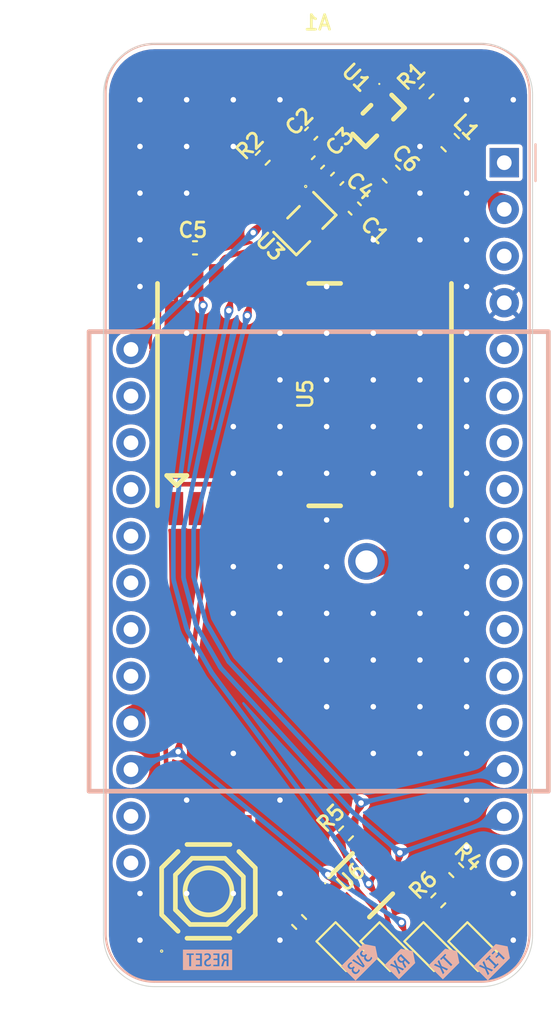
<source format=kicad_pcb>
(kicad_pcb (version 20221018) (generator pcbnew)
  (layers (0 "F.Cu" signal) (31 "B.Cu" signal) (34 "B.Paste" user) (35 "F.Paste" user) (36 "B.SilkS" user "B.Silkscreen") (37 "F.SilkS" user "F.Silkscreen") (38 "B.Mask" user) (39 "F.Mask" user) (44 "Edge.Cuts" user))
  (net 0 "")
  (net 2 "Net-(A1-3V3)")
  (net 4 "/VBAT")
  (net 17 "Net-(LED4-C)")
  (net 25 "+BATT")
  (net 26 "GND")
  (net 27 "/RESET")
  (net 28 "/Antenna")
  (net 29 "Net-(LED1-C)")
  (net 30 "Net-(LED2-C)")
  (net 31 "/GPS_TX")
  (net 32 "Net-(LED3-C)")
  (net 33 "/GPS_RX")
  (net 34 "/GPS_1PPS")
  (net 35 "+3.3V")
  (net 36 "Net-(U1-G)")
  (net 37 "Net-(U1-S)")
  (net 38 "/GPS_EN")
  (footprint "footprint:SOT-23-3_L2.9-W1.6-P1.90-LS2.8-BR" (layer "F.Cu") (at 23.0991 21.5462 135)
    (fp_text reference "U3")
    (fp_text value "XC6206P332MR")
  )
  (footprint "Resistor_SMD:R_0402_1005Metric" (layer "F.Cu") (at 22.7838 59.5392 135)
    (fp_text reference "R3" hide)
    (fp_text value "0402,100k")
  )
  (footprint "Inductor_SMD:L_0603_1608Metric" (layer "F.Cu") (at 31.0076 17.1401 -45)
    (fp_text reference "L1")
    (fp_text value "GZ1608D601TF")
  )
  (footprint "footprint:SOT-23_L2.9-W1.3-P1.90-LS2.4-BR" (layer "F.Cu") (at 26.9718 15.8215 135)
    (fp_text reference "U1")
    (fp_text value "AO3401A")
  )
  (footprint "footprint:SW-SMD_4P-L5.1-W5.1-P3.70-LS6.5-TL-2" (layer "F.Cu") (at 17.85 57.875 90)
    (fp_text reference "U4" hide)
    (fp_text value "TS-1187A-B-A-B")
  )
  (footprint "footprint:GSM-SMD_ATGM332D-5N31" (layer "F.Cu") (at 23.075 30.85 -90)
    (fp_text reference "U5")
    (fp_text value "ATGM332D-5N31")
  )
  (footprint "clipboard:de35f500-bef9-453f-b4cc-6297b0a98bec" (layer "F.Cu") (at 12.95 12.575)
    (fp_text reference "x" hide)
    (fp_text value "x" hide)
    (fp_line (start -0.817172 47.692828) (end -0.817172 1.972828) (stroke (width 0.05)) (layer "Edge.Cuts"))
    (fp_line (start 19.752828 -0.817172) (end 1.972828 -0.817172) (stroke (width 0.05)) (layer "Edge.Cuts"))
    (fp_line (start 19.752828 50.482828) (end 1.972828 50.482828) (stroke (width 0.05)) (layer "Edge.Cuts"))
    (fp_line (start 22.542828 47.692828) (end 22.542828 1.972828) (stroke (width 0.05)) (layer "Edge.Cuts"))
    (fp_arc (start -0.817172 1.972828) (mid 0.000001 0.000001) (end 1.972828 -0.817172) (stroke (width 0.05)) (layer "Edge.Cuts"))
    (fp_arc (start 1.972828 50.482828) (mid 0.000002 49.665655) (end -0.817172 47.692828) (stroke (width 0.05)) (layer "Edge.Cuts"))
    (fp_arc (start 19.752828 -0.817172) (mid 21.725658 -0.000001) (end 22.542828 1.972828) (stroke (width 0.05)) (layer "Edge.Cuts"))
    (fp_arc (start 22.542828 47.692828) (mid 21.725657 49.665657) (end 19.752828 50.482828) (stroke (width 0.05)) (layer "Edge.Cuts"))
  )
  (footprint "Resistor_SMD:R_0402_1005Metric" (layer "F.Cu") (at 20.803 17.964 45)
    (fp_text reference "R2")
    (fp_text value "0402,10k")
  )
  (footprint "LED_SMD:LED_0603_1608Metric" (layer "F.Cu") (at 25.3 61.125 -45)
    (fp_text reference "LED1" hide)
    (fp_text value "Green")
  )
  (footprint "Capacitor_SMD:C_0402_1005Metric" (layer "F.Cu") (at 25.8126 20.7252 135)
    (fp_text reference "C1")
    (fp_text value "0402,10uF,6.3V,X5R ")
  )
  (footprint "LED_SMD:LED_0603_1608Metric" (layer "F.Cu") (at 32.475 61.125 -45)
    (fp_text reference "LED2" hide)
    (fp_text value "Green")
  )
  (footprint "Resistor_SMD:R_0402_1005Metric" (layer "F.Cu") (at 31.3357 56.7192 135)
    (fp_text reference "R4")
    (fp_text value "0402,47k")
  )
  (footprint "Resistor_SMD:R_0402_1005Metric" (layer "F.Cu") (at 25.3362 54.7196 45)
    (fp_text reference "R5")
    (fp_text value "0402,47k")
  )
  (footprint "LED_SMD:LED_0603_1608Metric" (layer "F.Cu") (at 27.6917 61.125 -45)
    (fp_text reference "LED3" hide)
    (fp_text value "Yellow")
  )
  (footprint "footprint:SOT-23-6_L2.9-W1.6-P0.95-LS2.8-BR" (layer "F.Cu") (at 26.1514 57.5425 -135)
    (fp_text reference "U6")
    (fp_text value "SRV05-4-P-T7")
  )
  (footprint "Capacitor_SMD:C_0402_1005Metric" (layer "F.Cu") (at 23.4399 16.6476 -135)
    (fp_text reference "C2")
    (fp_text value "0402,100nF,16V,X7R ")
  )
  (footprint "Resistor_SMD:R_0402_1005Metric" (layer "F.Cu") (at 29.72 14.3518 45)
    (fp_text reference "R1")
    (fp_text value "0402,100k")
  )
  (footprint "Capacitor_SMD:C_0402_1005Metric" (layer "F.Cu") (at 23.8078 18.2179 -135)
    (fp_text reference "C3")
    (fp_text value "0402,10uF,6.3V,X5R ")
  )
  (footprint "LED_SMD:LED_0603_1608Metric" (layer "F.Cu") (at 30.0833 61.125 -45)
    (fp_text reference "LED4" hide)
    (fp_text value "Yellow")
  )
  (footprint "Capacitor_SMD:C_0603_1608Metric" (layer "F.Cu") (at 27.804 18.8535 -45)
    (fp_text reference "C6")
    (fp_text value "0603,22uF,6.3V,X5R ")
  )
  (footprint "Capacitor_SMD:C_0402_1005Metric" (layer "F.Cu") (at 17.1161 22.8646 180)
    (fp_text reference "C5")
    (fp_text value "0402,100nF,16V,X7R ")
  )
  (footprint "Capacitor_SMD:C_0402_1005Metric" (layer "F.Cu") (at 24.8561 19.1075 45)
    (fp_text reference "C4")
    (fp_text value "0402,100nF,16V,X7R ")
  )
  (footprint "Resistor_SMD:R_0402_1005Metric" (layer "F.Cu") (at 30.3631 58.3635 45)
    (fp_text reference "R6")
    (fp_text value "0402,47k")
  )
  (footprint "kibuzzard-64D975BA" (layer "B.Cu") (at 30.8 61.7 -135)
    (fp_text reference "kibuzzard-1" hide)
    (fp_text value "G***" hide)
  )
  (footprint "Module:Adafruit_Feather" (layer "B.Cu") (at 33.9511 18.2311 180)
    (fp_text reference "A1")
    (fp_text value "Adafruit_Feather_Generic")
  )
  (footprint "kibuzzard-64D975C8" (layer "B.Cu") (at 28.4 61.7 -135)
    (fp_text reference "kibuzzard-2" hide)
    (fp_text value "G***" hide)
  )
  (footprint "footprint:ANT-TH_KH-GPS252504-WY" (layer "B.Cu") (at 26.45 39.925 90)
    (fp_text reference "U2" hide)
    (fp_text value "KH-GPS252504-WY")
  )
  (footprint "kibuzzard-64D9774E" (layer "B.Cu") (at 17.8 61.6 180)
    (fp_text reference "kibuzzard-3" hide)
    (fp_text value "G***" hide)
  )
  (footprint "kibuzzard-64D97593" (layer "B.Cu") (at 33.4 61.6 -135)
    (fp_text reference "kibuzzard-4" hide)
    (fp_text value "G***" hide)
  )
  (footprint "kibuzzard-64D975D5" (layer "B.Cu") (at 26.2 61.6 -135)
    (fp_text reference "kibuzzard-5" hide)
    (fp_text value "G***" hide)
  )
  (segment (start 31.659652 18.214609) (end 31.6601 18.21515) (width 0.25) (layer "F.Cu") (net 2))
  (segment (start 31.662556 18.218001) (end 33.9511 20.7711) (width 0.25) (layer "F.Cu") (net 2))
  (segment (start 31.65729 18.210638) (end 31.5644 17.6969) (width 0.25) (layer "F.Cu") (net 2))
  (arc (start 31.6582 18.21275) (mid 31.658913 18.213689) (end 31.659652 18.214609) (width 0.25) (layer "F.Cu") (net 2))
  (arc (start 31.65729 18.210638) (mid 31.657624 18.211746) (end 31.6582 18.21275) (width 0.25) (layer "F.Cu") (net 2))
  (arc (start 31.6601 18.21515) (mid 31.661314 18.216587) (end 31.662556 18.218001) (width 0.25) (layer "F.Cu") (net 2))
  (segment (start 26.236895 20.213185) (end 26.218705 20.155017) (width 0.25) (layer "F.Cu") (net 4))
  (segment (start 26.151223 20.038234) (end 26.1606 20.0523) (width 0.25) (layer "F.Cu") (net 4))
  (segment (start 26.127123 20.003898) (end 26.113777 19.987703) (width 0.25) (layer "F.Cu") (net 4))
  (segment (start 24.73671 19.47676) (end 24.5167 19.4469) (width 0.25) (layer "F.Cu") (net 4))
  (segment (start 26.1606 20.0523) (end 26.190979 20.097913) (width 0.25) (layer "F.Cu") (net 4))
  (segment (start 25.812338 21.167551) (end 24.518735 22.453235) (width 0.25) (layer "F.Cu") (net 4))
  (segment (start 26.253926 20.721168) (end 26.252766 20.725155) (width 0.25) (layer "F.Cu") (net 4))
  (segment (start 23.457049 22.15205) (end 23.468162 22.162787) (width 0.25) (layer "F.Cu") (net 4))
  (segment (start 26.190979 20.097913) (end 26.1927 20.1005) (width 0.25) (layer "F.Cu") (net 4))
  (segment (start 18.550302 23.7352) (end 18.55205 23.6686) (width 0.25) (layer "F.Cu") (net 4))
  (segment (start 25.871413 19.745256) (end 25.855111 19.731863) (width 0.25) (layer "F.Cu") (net 4))
  (segment (start 18.55 23.7485) (end 18.55 23.7517) (width 0.25) (layer "F.Cu") (net 4))
  (segment (start 18.550302 23.7352) (end 18.5501 23.743) (width 0.25) (layer "F.Cu") (net 4))
  (segment (start 26.24655 20.2728) (end 26.24764 20.3338) (width 0.25) (layer "F.Cu") (net 4))
  (segment (start 25.542393 19.603507) (end 25.166435 19.550069) (width 0.25) (layer "F.Cu") (net 4))
  (segment (start 18.55 23.8126) (end 18.55 23.7517) (width 0.25) (layer "F.Cu") (net 4))
  (segment (start 26.254363 20.713049) (end 26.24764 20.3338) (width 0.25) (layer "F.Cu") (net 4))
  (segment (start 18.684777 23.43182) (end 18.597518 23.542682) (width 0.25) (layer "F.Cu") (net 4))
  (segment (start 25.004349 19.52025) (end 25.128037 19.543688) (width 0.25) (layer "F.Cu") (net 4))
  (segment (start 18.932705 23.321369) (end 23.33356 22.13689) (width 0.25) (layer "F.Cu") (net 4))
  (segment (start 26.250097 20.730348) (end 26.2511 20.7288) (width 0.25) (layer "F.Cu") (net 4))
  (segment (start 25.8869 19.7593) (end 25.9017 19.7741) (width 0.25) (layer "F.Cu") (net 4))
  (segment (start 24.327999 22.562393) (end 24.1792 22.5026) (width 0.25) (layer "F.Cu") (net 4))
  (segment (start 23.7656 22.3364) (end 24.1792 22.5026) (width 0.25) (layer "F.Cu") (net 4))
  (segment (start 25.58979 19.611666) (end 25.611447 19.616014) (width 0.25) (layer "F.Cu") (net 4))
  (segment (start 18.932705 23.321369) (end 18.7965 23.35805) (width 0.25) (layer "F.Cu") (net 4))
  (segment (start 25.611447 19.616014) (end 25.65215 19.6242) (width 0.25) (layer "F.Cu") (net 4))
  (segment (start 26.200899 20.897699) (end 26.249749 20.730973) (width 0.25) (layer "F.Cu") (net 4))
  (segment (start 18.550041 23.7453) (end 18.5501 23.743) (width 0.25) (layer "F.Cu") (net 4))
  (segment (start 26.084874 19.957274) (end 25.9017 19.7741) (width 0.25) (layer "F.Cu") (net 4))
  (segment (start 25.817762 21.162716) (end 25.816 21.1642) (width 0.25) (layer "F.Cu") (net 4))
  (segment (start 25.730081 19.652142) (end 25.691679 19.636241) (width 0.25) (layer "F.Cu") (net 4))
  (segment (start 23.39738 22.128232) (end 23.429246 22.136474) (width 0.25) (layer "F.Cu") (net 4))
  (segment (start 23.5146 22.2091) (end 23.471125 22.165625) (width 0.25) (layer "F.Cu") (net 4))
  (segment (start 25.7666 19.67165) (end 25.801207 19.694738) (width 0.25) (layer "F.Cu") (net 4))
  (segment (start 25.985099 21.113499) (end 25.818373 21.162349) (width 0.25) (layer "F.Cu") (net 4))
  (segment (start 23.6168 22.276606) (end 23.7656 22.3364) (width 0.25) (layer "F.Cu") (net 4))
  (segment (start 25.820765 19.707776) (end 25.801207 19.694738) (width 0.25) (layer "F.Cu") (net 4))
  (segment (start 18.529099 23.934001) (end 18.275 24.6501) (width 0.25) (layer "F.Cu") (net 4))
  (arc (start 25.820765 19.707776) (mid 25.829503 19.713593) (end 25.83825 19.7194) (width 0.25) (layer "F.Cu") (net 4))
  (arc (start 25.542393 19.603507) (mid 25.554285 19.605289) (end 25.56615 19.60725) (width 0.25) (layer "F.Cu") (net 4))
  (arc (start 26.1927 20.1005) (mid 26.207641 20.126833) (end 26.218705 20.155017) (width 0.25) (layer "F.Cu") (net 4))
  (arc (start 26.2499 20.73065) (mid 26.249812 20.730805) (end 26.249749 20.730973) (width 0.25) (layer "F.Cu") (net 4))
  (arc (start 24.73671 19.47676) (mid 24.870814 19.496752) (end 25.004349 19.52025) (width 0.25) (layer "F.Cu") (net 4))
  (arc (start 18.7965 23.35805) (mid 18.734679 23.385909) (end 18.684777 23.43182) (width 0.25) (layer "F.Cu") (net 4))
  (arc (start 23.468162 22.162787) (mid 23.468903 22.163496) (end 23.46965 22.1642) (width 0.25) (layer "F.Cu") (net 4))
  (arc (start 26.0997 19.97215) (mid 26.106919 19.979763) (end 26.113777 19.987703) (width 0.25) (layer "F.Cu") (net 4))
  (arc (start 23.46965 22.1642) (mid 23.470393 22.164906) (end 23.471125 22.165625) (width 0.25) (layer "F.Cu") (net 4))
  (arc (start 25.128037 19.543688) (mid 25.137609 19.545446) (end 25.1472 19.5471) (width 0.25) (layer "F.Cu") (net 4))
  (arc (start 18.550041 23.7453) (mid 18.55001 23.7469) (end 18.55 23.7485) (width 0.25) (layer "F.Cu") (net 4))
  (arc (start 26.250097 20.730348) (mid 26.249999 20.730499) (end 26.2499 20.73065) (width 0.25) (layer "F.Cu") (net 4))
  (arc (start 25.56615 19.60725) (mid 25.577984 19.609379) (end 25.58979 19.611666) (width 0.25) (layer "F.Cu") (net 4))
  (arc (start 26.127123 20.003898) (mid 26.13358 20.012162) (end 26.1396 20.02075) (width 0.25) (layer "F.Cu") (net 4))
  (arc (start 25.816 21.1642) (mid 25.814134 21.165837) (end 25.812338 21.167551) (width 0.25) (layer "F.Cu") (net 4))
  (arc (start 25.871413 19.745256) (mid 25.879328 19.752089) (end 25.8869 19.7593) (width 0.25) (layer "F.Cu") (net 4))
  (arc (start 25.818373 21.162349) (mid 25.818205 21.162412) (end 25.81805 21.1625) (width 0.25) (layer "F.Cu") (net 4))
  (arc (start 24.327999 22.562393) (mid 24.382238 22.567299) (end 24.4302 22.5415) (width 0.25) (layer "F.Cu") (net 4))
  (arc (start 26.200899 20.897699) (mid 26.120572 21.033172) (end 25.985099 21.113499) (width 0.25) (layer "F.Cu") (net 4))
  (arc (start 25.730081 19.652142) (mid 25.748819 19.661) (end 25.7666 19.67165) (width 0.25) (layer "F.Cu") (net 4))
  (arc (start 26.25445 20.71715) (mid 26.254343 20.719179) (end 26.253926 20.721168) (width 0.25) (layer "F.Cu") (net 4))
  (arc (start 23.36545 22.12835) (mid 23.349502 22.13261) (end 23.33356 22.13689) (width 0.25) (layer "F.Cu") (net 4))
  (arc (start 26.1396 20.02075) (mid 26.145405 20.029495) (end 26.151223 20.038234) (width 0.25) (layer "F.Cu") (net 4))
  (arc (start 18.597518 23.542682) (mid 18.564614 23.601968) (end 18.55205 23.6686) (width 0.25) (layer "F.Cu") (net 4))
  (arc (start 23.429246 22.136474) (mid 23.444156 22.142461) (end 23.457049 22.15205) (width 0.25) (layer "F.Cu") (net 4))
  (arc (start 23.5146 22.2091) (mid 23.562285 22.248023) (end 23.6168 22.276606) (width 0.25) (layer "F.Cu") (net 4))
  (arc (start 25.65215 19.6242) (mid 25.672206 19.629262) (end 25.691679 19.636241) (width 0.25) (layer "F.Cu") (net 4))
  (arc (start 25.83825 19.7194) (mid 25.84684 19.725415) (end 25.855111 19.731863) (width 0.25) (layer "F.Cu") (net 4))
  (arc (start 24.518735 22.453235) (mid 24.474433 22.497333) (end 24.4302 22.5415) (width 0.25) (layer "F.Cu") (net 4))
  (arc (start 26.254363 20.713049) (mid 26.254403 20.715099) (end 26.25445 20.71715) (width 0.25) (layer "F.Cu") (net 4))
  (arc (start 25.1472 19.5471) (mid 25.156808 19.548642) (end 25.166435 19.550069) (width 0.25) (layer "F.Cu") (net 4))
  (arc (start 26.236895 20.213185) (mid 26.24385 20.242648) (end 26.24655 20.2728) (width 0.25) (layer "F.Cu") (net 4))
  (arc (start 23.39738 22.128232) (mid 23.381407 22.12623) (end 23.36545 22.12835) (width 0.25) (layer "F.Cu") (net 4))
  (arc (start 25.81805 21.1625) (mid 25.817903 21.162604) (end 25.817762 21.162716) (width 0.25) (layer "F.Cu") (net 4))
  (arc (start 26.084874 19.957274) (mid 26.092293 19.964706) (end 26.0997 19.97215) (width 0.25) (layer "F.Cu") (net 4))
  (arc (start 18.55 23.8126) (mid 18.544736 23.874193) (end 18.529099 23.934001) (width 0.25) (layer "F.Cu") (net 4))
  (arc (start 26.252766 20.725155) (mid 26.252065 20.727038) (end 26.2511 20.7288) (width 0.25) (layer "F.Cu") (net 4))
  (segment (start 29.594897 60.021918) (end 29.5265 60.5682) (width 0.25) (layer "F.Cu") (net 17))
  (segment (start 29.960669 59.068) (end 29.59801 60.011471) (width 0.25) (layer "F.Cu") (net 17))
  (segment (start 29.964099 59.060031) (end 30.0025 58.7241) (width 0.25) (layer "F.Cu") (net 17))
  (segment (start 29.962249 59.064249) (end 29.962734 59.063194) (width 0.25) (layer "F.Cu") (net 17))
  (segment (start 29.595634 60.018709) (end 29.5962 60.0168) (width 0.25) (layer "F.Cu") (net 17))
  (arc (start 29.962249 59.064249) (mid 29.961429 59.066112) (end 29.960669 59.068) (width 0.25) (layer "F.Cu") (net 17))
  (arc (start 29.59801 60.011471) (mid 29.597052 60.014117) (end 29.5962 60.0168) (width 0.25) (layer "F.Cu") (net 17))
  (arc (start 29.964099 59.060031) (mid 29.963911 59.060869) (end 29.96355 59.06165) (width 0.25) (layer "F.Cu") (net 17))
  (arc (start 29.595634 60.018709) (mid 29.595408 60.019502) (end 29.5952 60.0203) (width 0.25) (layer "F.Cu") (net 17))
  (arc (start 29.5952 60.0203) (mid 29.595024 60.021104) (end 29.594897 60.021918) (width 0.25) (layer "F.Cu") (net 17))
  (arc (start 29.96355 59.06165) (mid 29.963121 59.062411) (end 29.962734 59.063194) (width 0.25) (layer "F.Cu") (net 17))
  (segment (start 23.2851 17.771702) (end 23.27865 17.7731) (width 0.3) (layer "F.Cu") (net 25))
  (segment (start 22.83945 18.11065) (end 23.02175 17.92835) (width 0.3) (layer "F.Cu") (net 25))
  (segment (start 22.83945 18.11065) (end 22.82375 18.12635) (width 0.3) (layer "F.Cu") (net 25))
  (segment (start 23.053885 17.897761) (end 23.071109 17.883642) (width 0.3) (layer "F.Cu") (net 25))
  (segment (start 21.418061 21.034994) (end 21.47096 21.155473) (width 0.3) (layer "F.Cu") (net 25))
  (segment (start 23.334901 17.761057) (end 23.34515 17.759) (width 0.3) (layer "F.Cu") (net 25))
  (segment (start 23.166549 17.819549) (end 23.160998 17.823147) (width 0.3) (layer "F.Cu") (net 25))
  (segment (start 23.311899 17.765899) (end 23.2851 17.771702) (width 0.3) (layer "F.Cu") (net 25))
  (segment (start 22.808861 18.142785) (end 22.794742 18.160009) (width 0.3) (layer "F.Cu") (net 25))
  (segment (start 21.280304 20.858695) (end 21.2628 20.84085) (width 0.3) (layer "F.Cu") (net 25))
  (segment (start 22.769238 18.196342) (end 22.750239 18.224841) (width 0.3) (layer "F.Cu") (net 25))
  (segment (start 22.78155 18.17785) (end 22.769238 18.196342) (width 0.3) (layer "F.Cu") (net 25))
  (segment (start 23.160998 17.823147) (end 23.138 17.83805) (width 0.3) (layer "F.Cu") (net 25))
  (segment (start 23.494747 17.749173) (end 23.439958 17.746726) (width 0.3) (layer "F.Cu") (net 25))
  (segment (start 23.37205 17.753604) (end 23.34515 17.759) (width 0.3) (layer "F.Cu") (net 25))
  (segment (start 22.729895 18.256672) (end 21.27304 20.654444) (width 0.3) (layer "F.Cu") (net 25))
  (segment (start 20.2828 22.0359) (end 21.01544 21.336311) (width 0.3) (layer "F.Cu") (net 25))
  (segment (start 21.244484 21.208583) (end 21.3649 21.2615) (width 0.3) (layer "F.Cu") (net 25))
  (segment (start 21.2823 20.8607) (end 21.33485 20.91325) (width 0.3) (layer "F.Cu") (net 25))
  (segment (start 21.27304 20.654444) (end 21.24635 20.69835) (width 0.3) (layer "F.Cu") (net 25))
  (segment (start 23.789911 17.829655) (end 23.601249 17.7738) (width 0.3) (layer "F.Cu") (net 25))
  (segment (start 23.79189 17.83014) (end 23.7921 17.8302) (width 0.3) (layer "F.Cu") (net 25))
  (segment (start 21.235946 20.745821) (end 21.241851 20.796965) (width 0.3) (layer "F.Cu") (net 25))
  (segment (start 23.793521 17.830497) (end 24.1472 17.8785) (width 0.3) (layer "F.Cu") (net 25))
  (segment (start 23.129258 17.843712) (end 23.138 17.83805) (width 0.3) (layer "F.Cu") (net 25))
  (segment (start 23.202375 17.800735) (end 23.240031 17.785162) (width 0.3) (layer "F.Cu") (net 25))
  (segment (start 23.107442 17.858138) (end 23.08895 17.87045) (width 0.3) (layer "F.Cu") (net 25))
  (segment (start 23.54855 17.7582) (end 23.601249 17.7738) (width 0.3) (layer "F.Cu") (net 25))
  (segment (start 21.2813 20.8597) (end 21.2823 20.8607) (width 0.3) (layer "F.Cu") (net 25))
  (segment (start 23.03745 17.91265) (end 23.02175 17.92835) (width 0.3) (layer "F.Cu") (net 25))
  (segment (start 23.385549 17.750899) (end 23.37205 17.753604) (width 0.3) (layer "F.Cu") (net 25))
  (segment (start 23.107442 17.858138) (end 23.118265 17.850923) (width 0.3) (layer "F.Cu") (net 25))
  (segment (start 23.311899 17.765899) (end 23.322108 17.76369) (width 0.3) (layer "F.Cu") (net 25))
  (via (at 20.2828 22.0359) (size 0.5) (drill 0.3) (layers "F.Cu" "B.Cu") (net 25))
  (arc (start 23.08895 17.87045) (mid 23.079864 17.876823) (end 23.071109 17.883642) (width 0.3) (layer "F.Cu") (net 25))
  (arc (start 23.439958 17.746726) (mid 23.412627 17.747162) (end 23.385549 17.750899) (width 0.3) (layer "F.Cu") (net 25))
  (arc (start 21.33485 20.91325) (mid 21.382128 20.970244) (end 21.418061 21.034994) (width 0.3) (layer "F.Cu") (net 25))
  (arc (start 23.129258 17.843712) (mid 23.126502 17.845503) (end 23.12375 17.8473) (width 0.3) (layer "F.Cu") (net 25))
  (arc (start 23.27865 17.7731) (mid 23.25907 17.778267) (end 23.240031 17.785162) (width 0.3) (layer "F.Cu") (net 25))
  (arc (start 21.280304 20.858695) (mid 21.280801 20.859198) (end 21.2813 20.8597) (width 0.3) (layer "F.Cu") (net 25))
  (arc (start 22.750239 18.224841) (mid 22.745034 18.232722) (end 22.7399 18.24065) (width 0.3) (layer "F.Cu") (net 25))
  (arc (start 23.053885 17.897761) (mid 23.045483 17.905002) (end 23.03745 17.91265) (width 0.3) (layer "F.Cu") (net 25))
  (arc (start 22.7399 18.24065) (mid 22.734848 18.24863) (end 22.729895 18.256672) (width 0.3) (layer "F.Cu") (net 25))
  (arc (start 21.24635 20.69835) (mid 21.237187 20.721217) (end 21.235946 20.745821) (width 0.3) (layer "F.Cu") (net 25))
  (arc (start 23.202375 17.800735) (mid 23.184031 17.809322) (end 23.166549 17.819549) (width 0.3) (layer "F.Cu") (net 25))
  (arc (start 22.82375 18.12635) (mid 22.816102 18.134383) (end 22.808861 18.142785) (width 0.3) (layer "F.Cu") (net 25))
  (arc (start 21.12275 21.23145) (mid 21.069397 21.28419) (end 21.01544 21.336311) (width 0.3) (layer "F.Cu") (net 25))
  (arc (start 21.244484 21.208583) (mid 21.180082 21.201197) (end 21.12275 21.23145) (width 0.3) (layer "F.Cu") (net 25))
  (arc (start 23.494747 17.749173) (mid 23.521923 17.752049) (end 23.54855 17.7582) (width 0.3) (layer "F.Cu") (net 25))
  (arc (start 21.241851 20.796965) (mid 21.248667 20.820653) (end 21.2628 20.84085) (width 0.3) (layer "F.Cu") (net 25))
  (arc (start 21.3649 21.2615) (mid 21.45417 21.244738) (end 21.47096 21.155473) (width 0.3) (layer "F.Cu") (net 25))
  (arc (start 23.7921 17.8302) (mid 23.792805 17.830374) (end 23.793521 17.830497) (width 0.3) (layer "F.Cu") (net 25))
  (arc (start 23.334901 17.761057) (mid 23.3317 17.761701) (end 23.3285 17.76235) (width 0.3) (layer "F.Cu") (net 25))
  (arc (start 23.789911 17.829655) (mid 23.790402 17.829788) (end 23.7909 17.8299) (width 0.3) (layer "F.Cu") (net 25))
  (arc (start 23.3285 17.76235) (mid 23.325302 17.76301) (end 23.322108 17.76369) (width 0.3) (layer "F.Cu") (net 25))
  (arc (start 23.7909 17.8299) (mid 23.791397 17.83001) (end 23.79189 17.83014) (width 0.3) (layer "F.Cu") (net 25))
  (arc (start 23.12375 17.8473) (mid 23.121003 17.849105) (end 23.118265 17.850923) (width 0.3) (layer "F.Cu") (net 25))
  (arc (start 22.794742 18.160009) (mid 22.787923 18.168764) (end 22.78155 18.17785) (width 0.3) (layer "F.Cu") (net 25))
  (segment (start 20.2828 22.0359) (end 13.6311 28.3911) (width 0.3) (layer "B.Cu") (net 25))
  (via (at 26.821699 30.048993) (size 0.5) (drill 0.3) (layers "F.Cu" "B.Cu") (net 26))
  (via (at 24.281699 27.508993) (size 0.5) (drill 0.3) (layers "F.Cu" "B.Cu") (net 26))
  (via (at 31.901699 19.888993) (size 0.5) (drill 0.3) (layers "F.Cu" "B.Cu") (net 26))
  (via (at 14.121699 60.528993) (size 0.5) (drill 0.3) (layers "F.Cu" "B.Cu") (net 26))
  (via (at 29.361699 17.348993) (size 0.5) (drill 0.3) (layers "F.Cu" "B.Cu") (net 26))
  (via (at 26.821699 50.368993) (size 0.5) (drill 0.3) (layers "F.Cu" "B.Cu") (net 26))
  (via (at 31.901699 35.128993) (size 0.5) (drill 0.3) (layers "F.Cu" "B.Cu") (net 26))
  (via (at 26.821699 47.828993) (size 0.5) (drill 0.3) (layers "F.Cu" "B.Cu") (net 26))
  (via (at 29.361699 30.048993) (size 0.5) (drill 0.3) (layers "F.Cu" "B.Cu") (net 26))
  (via (at 21.741699 27.508993) (size 0.5) (drill 0.3) (layers "F.Cu" "B.Cu") (net 26))
  (via (at 21.741699 35.128993) (size 0.5) (drill 0.3) (layers "F.Cu" "B.Cu") (net 26))
  (via (at 21.741699 32.588993) (size 0.5) (drill 0.3) (layers "F.Cu" "B.Cu") (net 26))
  (via (at 31.901699 24.968993) (size 0.5) (drill 0.3) (layers "F.Cu" "B.Cu") (net 26))
  (via (at 31.901699 37.668993) (size 0.5) (drill 0.3) (layers "F.Cu" "B.Cu") (net 26))
  (via (at 29.361699 19.888993) (size 0.5) (drill 0.3) (layers "F.Cu" "B.Cu") (net 26))
  (via (at 29.361699 22.428993) (size 0.5) (drill 0.3) (layers "F.Cu" "B.Cu") (net 26))
  (via (at 19.201699 17.348993) (size 0.5) (drill 0.3) (layers "F.Cu" "B.Cu") (net 26))
  (via (at 24.281699 40.208993) (size 0.5) (drill 0.3) (layers "F.Cu" "B.Cu") (net 26))
  (via (at 19.201699 40.208993) (size 0.5) (drill 0.3) (layers "F.Cu" "B.Cu") (net 26))
  (via (at 24.281699 37.668993) (size 0.5) (drill 0.3) (layers "F.Cu" "B.Cu") (net 26))
  (via (at 31.901699 14.808993) (size 0.5) (drill 0.3) (layers "F.Cu" "B.Cu") (net 26))
  (via (at 14.121699 22.428993) (size 0.5) (drill 0.3) (layers "F.Cu" "B.Cu") (net 26))
  (via (at 21.741699 60.528993) (size 0.5) (drill 0.3) (layers "F.Cu" "B.Cu") (net 26))
  (via (at 19.201699 32.588993) (size 0.5) (drill 0.3) (layers "F.Cu" "B.Cu") (net 26))
  (via (at 34.441699 60.528993) (size 0.5) (drill 0.3) (layers "F.Cu" "B.Cu") (net 26))
  (via (at 34.441699 14.808993) (size 0.5) (drill 0.3) (layers "F.Cu" "B.Cu") (net 26))
  (via (at 24.281699 30.048993) (size 0.5) (drill 0.3) (layers "F.Cu" "B.Cu") (net 26))
  (via (at 24.281699 47.828993) (size 0.5) (drill 0.3) (layers "F.Cu" "B.Cu") (net 26))
  (via (at 31.901699 47.828993) (size 0.5) (drill 0.3) (layers "F.Cu" "B.Cu") (net 26))
  (via (at 19.201699 42.748993) (size 0.5) (drill 0.3) (layers "F.Cu" "B.Cu") (net 26))
  (via (at 24.281699 24.968993) (size 0.5) (drill 0.3) (layers "F.Cu" "B.Cu") (net 26))
  (via (at 16.661699 57.988993) (size 0.5) (drill 0.3) (layers "F.Cu" "B.Cu") (net 26))
  (via (at 19.201699 14.808993) (size 0.5) (drill 0.3) (layers "F.Cu" "B.Cu") (net 26))
  (via (at 16.661699 27.508993) (size 0.5) (drill 0.3) (layers "F.Cu" "B.Cu") (net 26))
  (via (at 26.821699 35.128993) (size 0.5) (drill 0.3) (layers "F.Cu" "B.Cu") (net 26))
  (via (at 31.901699 50.368993) (size 0.5) (drill 0.3) (layers "F.Cu" "B.Cu") (net 26))
  (via (at 26.821699 27.508993) (size 0.5) (drill 0.3) (layers "F.Cu" "B.Cu") (net 26))
  (via (at 14.121699 19.888993) (size 0.5) (drill 0.3) (layers "F.Cu" "B.Cu") (net 26))
  (via (at 26.821699 42.748993) (size 0.5) (drill 0.3) (layers "F.Cu" "B.Cu") (net 26))
  (via (at 26.821699 45.288993) (size 0.5) (drill 0.3) (layers "F.Cu" "B.Cu") (net 26))
  (via (at 31.901699 32.588993) (size 0.5) (drill 0.3) (layers "F.Cu" "B.Cu") (net 26))
  (via (at 31.901699 45.288993) (size 0.5) (drill 0.3) (layers "F.Cu" "B.Cu") (net 26))
  (via (at 31.901699 52.908993) (size 0.5) (drill 0.3) (layers "F.Cu" "B.Cu") (net 26))
  (via (at 31.901699 27.508993) (size 0.5) (drill 0.3) (layers "F.Cu" "B.Cu") (net 26))
  (via (at 19.201699 35.128993) (size 0.5) (drill 0.3) (layers "F.Cu" "B.Cu") (net 26))
  (via (at 26.821699 32.588993) (size 0.5) (drill 0.3) (layers "F.Cu" "B.Cu") (net 26))
  (via (at 16.661699 52.908993) (size 0.5) (drill 0.3) (layers "F.Cu" "B.Cu") (net 26))
  (via (at 26.821699 22.428993) (size 0.5) (drill 0.3) (layers "F.Cu" "B.Cu") (net 26))
  (via (at 21.741699 52.908993) (size 0.5) (drill 0.3) (layers "F.Cu" "B.Cu") (net 26))
  (via (at 24.281699 32.588993) (size 0.5) (drill 0.3) (layers "F.Cu" "B.Cu") (net 26))
  (via (at 16.661699 17.348993) (size 0.5) (drill 0.3) (layers "F.Cu" "B.Cu") (net 26))
  (via (at 14.121699 17.348993) (size 0.5) (drill 0.3) (layers "F.Cu" "B.Cu") (net 26))
  (via (at 29.361699 45.288993) (size 0.5) (drill 0.3) (layers "F.Cu" "B.Cu") (net 26))
  (via (at 31.901699 42.748993) (size 0.5) (drill 0.3) (layers "F.Cu" "B.Cu") (net 26))
  (via (at 29.361699 35.128993) (size 0.5) (drill 0.3) (layers "F.Cu" "B.Cu") (net 26))
  (via (at 29.361699 27.508993) (size 0.5) (drill 0.3) (layers "F.Cu" "B.Cu") (net 26))
  (via (at 19.201699 57.988993) (size 0.5) (drill 0.3) (layers "F.Cu" "B.Cu") (net 26))
  (via (at 31.901699 22.428993) (size 0.5) (drill 0.3) (layers "F.Cu" "B.Cu") (net 26))
  (via (at 29.361699 47.828993) (size 0.5) (drill 0.3) (layers "F.Cu" "B.Cu") (net 26))
  (via (at 19.201699 50.368993) (size 0.5) (drill 0.3) (layers "F.Cu" "B.Cu") (net 26))
  (via (at 16.661699 19.888993) (size 0.5) (drill 0.3) (layers "F.Cu" "B.Cu") (net 26))
  (via (at 29.361699 50.368993) (size 0.5) (drill 0.3) (layers "F.Cu" "B.Cu") (net 26))
  (via (at 14.121699 24.968993) (size 0.5) (drill 0.3) (layers "F.Cu" "B.Cu") (net 26))
  (via (at 16.661699 14.808993) (size 0.5) (drill 0.3) (layers "F.Cu" "B.Cu") (net 26))
  (via (at 31.901699 55.448993) (size 0.5) (drill 0.3) (layers "F.Cu" "B.Cu") (net 26))
  (via (at 14.121699 57.988993) (size 0.5) (drill 0.3) (layers "F.Cu" "B.Cu") (net 26))
  (via (at 21.741699 14.808993) (size 0.5) (drill 0.3) (layers "F.Cu" "B.Cu") (net 26))
  (via (at 31.901699 40.208993) (size 0.5) (drill 0.3) (layers "F.Cu" "B.Cu") (net 26))
  (via (at 21.741699 30.048993) (size 0.5) (drill 0.3) (layers "F.Cu" "B.Cu") (net 26))
  (via (at 21.741699 40.208993) (size 0.5) (drill 0.3) (layers "F.Cu" "B.Cu") (net 26))
  (via (at 24.281699 35.128993) (size 0.5) (drill 0.3) (layers "F.Cu" "B.Cu") (net 26))
  (via (at 31.901699 30.048993) (size 0.5) (drill 0.3) (layers "F.Cu" "B.Cu") (net 26))
  (via (at 29.361699 42.748993) (size 0.5) (drill 0.3) (layers "F.Cu" "B.Cu") (net 26))
  (via (at 24.281699 45.288993) (size 0.5) (drill 0.3) (layers "F.Cu" "B.Cu") (net 26))
  (via (at 21.741699 57.988993) (size 0.5) (drill 0.3) (layers "F.Cu" "B.Cu") (net 26))
  (via (at 14.121699 14.808993) (size 0.5) (drill 0.3) (layers "F.Cu" "B.Cu") (net 26))
  (via (at 21.741699 45.288993) (size 0.5) (drill 0.3) (layers "F.Cu" "B.Cu") (net 26))
  (via (at 29.361699 32.588993) (size 0.5) (drill 0.3) (layers "F.Cu" "B.Cu") (net 26))
  (via (at 34.441699 57.988993) (size 0.5) (drill 0.3) (layers "F.Cu" "B.Cu") (net 26))
  (via (at 24.281699 42.748993) (size 0.5) (drill 0.3) (layers "F.Cu" "B.Cu") (net 26))
  (via (at 21.741699 42.748993) (size 0.5) (drill 0.3) (layers "F.Cu" "B.Cu") (net 26))
  (segment (start 15.6248 53.7875) (end 15.6248 53.7268) (width 0.25) (layer "F.Cu") (net 27))
  (segment (start 25.0593 61.3657) (end 25.0587 61.3663) (width 0.25) (layer "F.Cu") (net 27))
  (segment (start 25.392763 61.032068) (end 25.3928 61.03205) (width 0.25) (layer "F.Cu") (net 27))
  (segment (start 16.375646 61.856221) (end 16.174915 61.492396) (width 0.2) (layer "F.Cu") (net 27))
  (segment (start 25.421 36.333801) (end 25.6751 37.0499) (width 0.25) (layer "F.Cu") (net 27))
  (segment (start 15.270497 37.92498) (end 15.250232 37.2989) (width 0.25) (layer "F.Cu") (net 27))
  (segment (start 15.273668 37.97457) (end 15.274035 37.978451) (width 0.25) (layer "F.Cu") (net 27))
  (segment (start 25.27905 36.2749) (end 25.27115 36.2749) (width 0.25) (layer "F.Cu") (net 27))
  (segment (start 25.0599 61.3651) (end 25.08885 61.33615) (width 0.25) (layer "F.Cu") (net 27))
  (segment (start 24.838902 61.507356) (end 24.8197 61.51485) (width 0.25) (layer "F.Cu") (net 27))
  (segment (start 25.782314 59.683636) (end 25.7916 59.6932) (width 0.25) (layer "F.Cu") (net 27))
  (segment (start 15.281697 38.032962) (end 15.278301 38.01493) (width 0.25) (layer "F.Cu") (net 27))
  (segment (start 15.9998 54.9375) (end 15.9998 55.2375) (width 0.25) (layer "F.Cu") (net 27))
  (segment (start 25.392664 61.032235) (end 25.2073 61.2176) (width 0.25) (layer "F.Cu") (net 27))
  (segment (start 25.612263 60.803615) (end 25.594823 60.827202) (width 0.25) (layer "F.Cu") (net 27))
  (segment (start 25.392764 61.032164) (end 25.39275 61.03215) (width 0.25) (layer "F.Cu") (net 27))
  (segment (start 15.2859 38.05085) (end 15.290895 38.068551) (width 0.25) (layer "F.Cu") (net 27))
  (segment (start 25.045075 61.379924) (end 25.0587 61.3663) (width 0.25) (layer "F.Cu") (net 27))
  (segment (start 15.274035 37.978451) (end 15.27575 37.99675) (width 0.25) (layer "F.Cu") (net 27))
  (segment (start 24.739846 61.535328) (end 20.270543 62.340015) (width 0.25) (layer "F.Cu") (net 27))
  (segment (start 25.480999 60.943999) (end 25.392979 61.03192) (width 0.25) (layer "F.Cu") (net 27))
  (segment (start 15.30395 36.06155) (end 15.297594 36.204847) (width 0.25) (layer "F.Cu") (net 27))
  (segment (start 25.541299 60.883699) (end 25.5407 60.8843) (width 0.25) (layer "F.Cu") (net 27))
  (segment (start 19.20725 62.3576) (end 19.19315 62.3576) (width 0.2) (layer "F.Cu") (net 27))
  (segment (start 25.67507 60.682588) (end 25.681499 60.666099) (width 0.25) (layer "F.Cu") (net 27))
  (segment (start 15.9998 55.4875) (end 15.9998 60.2625) (width 0.25) (layer "F.Cu") (net 27))
  (segment (start 25.715847 59.535302) (end 25.8686 59.1688) (width 0.25) (layer "F.Cu") (net 27))
  (segment (start 19.137148 62.351609) (end 19.15105 62.354) (width 0.2) (layer "F.Cu") (net 27))
  (segment (start 25.2073 61.2176) (end 25.2071 61.2178) (width 0.25) (layer "F.Cu") (net 27))
  (segment (start 15.9998 55.2375) (end 15.9998 55.3625) (width 0.25) (layer "F.Cu") (net 27))
  (segment (start 25.08905 61.33595) (end 25.08895 61.33605) (width 0.25) (layer "F.Cu") (net 27))
  (segment (start 15.360324 38.575449) (end 15.405713 41.0539) (width 0.25) (layer "F.Cu") (net 27))
  (segment (start 25.1186 61.3064) (end 25.08905 61.33595) (width 0.25) (layer "F.Cu") (net 27))
  (segment (start 24.857545 61.500087) (end 24.838902 61.507356) (width 0.25) (layer "F.Cu") (net 27))
  (segment (start 15.405961 41.072699) (end 15.52603 50.277999) (width 0.25) (layer "F.Cu") (net 27))
  (segment (start 15.297594 36.204847) (end 15.250483 37.257999) (width 0.25) (layer "F.Cu") (net 27))
  (segment (start 25.4812 60.9438) (end 25.480999 60.943999) (width 0.25) (layer "F.Cu") (net 27))
  (segment (start 25.5401 60.8849) (end 25.51115 60.91385) (width 0.25) (layer "F.Cu") (net 27))
  (segment (start 15.9998 60.2625) (end 15.9998 60.3875) (width 0.25) (layer "F.Cu") (net 27))
  (segment (start 20.190463 62.347624) (end 20.217344 62.347275) (width 0.25) (layer "F.Cu") (net 27))
  (segment (start 15.308999 38.13235) (end 15.296369 38.087894) (width 0.25) (layer "F.Cu") (net 27))
  (segment (start 25.5407 60.8843) (end 25.5401 60.8849) (width 0.25) (layer "F.Cu") (net 27))
  (segment (start 15.653513 53.905513) (end 15.833259 54.253021) (width 0.25) (layer "F.Cu") (net 27))
  (segment (start 15.249874 37.274404) (end 15.249825 37.282497) (width 0.25) (layer "F.Cu") (net 27))
  (segment (start 25.815096 59.74444) (end 25.806094 59.717134) (width 0.25) (layer "F.Cu") (net 27))
  (segment (start 25.779474 59.680674) (end 25.736 59.6372) (width 0.25) (layer "F.Cu") (net 27))
  (segment (start 25.255445 36.273402) (end 25.263281 36.2744) (width 0.25) (layer "F.Cu") (net 27))
  (segment (start 24.978615 61.437263) (end 25.002202 61.419823) (width 0.25) (layer "F.Cu") (net 27))
  (segment (start 25.51105 60.91395) (end 25.51095 60.91405) (width 0.25) (layer "F.Cu") (net 27))
  (segment (start 20.153696 62.34412) (end 20.1637 62.3457) (width 0.25) (layer "F.Cu") (net 27))
  (segment (start 15.624648 53.7196) (end 15.62475 53.7232) (width 0.25) (layer "F.Cu") (net 27))
  (segment (start 15.624648 53.7196) (end 15.526452 50.299198) (width 0.25) (layer "F.Cu") (net 27))
  (segment (start 20.140464 62.342705) (end 19.683098 62.357231) (width 0.2) (layer "F.Cu") (net 27))
  (segment (start 25.27905 36.2749) (end 25.3376 36.2749) (width 0.25) (layer "F.Cu") (net 27))
  (segment (start 23.06165 35.7249) (end 16.488305 35.7249) (width 0.25) (layer "F.Cu") (net 27))
  (segment (start 19.165027 62.3558) (end 19.179075 62.357) (width 0.2) (layer "F.Cu") (net 27))
  (segment (start 15.9998 60.3875) (end 15.9998 60.5125) (width 0.25) (layer "F.Cu") (net 27))
  (segment (start 25.713099 60.544149) (end 25.813769 59.800852) (width 0.25) (layer "F.Cu") (net 27))
  (segment (start 25.239948 36.269905) (end 25.24765 36.2719) (width 0.25) (layer "F.Cu") (net 27))
  (segment (start 24.92781 61.46657) (end 24.909562 61.476222) (width 0.25) (layer "F.Cu") (net 27))
  (segment (start 23.1684 35.73505) (end 23.194398 35.741756) (width 0.25) (layer "F.Cu") (net 27))
  (segment (start 25.51115 60.91385) (end 25.51105 60.91395) (width 0.25) (layer "F.Cu") (net 27))
  (segment (start 25.713099 60.544149) (end 25.7097 60.56925) (width 0.25) (layer "F.Cu") (net 27))
  (segment (start 24.878827 61.491412) (end 24.889191 61.486679) (width 0.25) (layer "F.Cu") (net 27))
  (segment (start 25.118999 61.305999) (end 25.2069 61.218) (width 0.25) (layer "F.Cu") (net 27))
  (segment (start 25.08895 61.33605) (end 25.08885 61.33615) (width 0.25) (layer "F.Cu") (net 27))
  (segment (start 15.290895 38.068551) (end 15.29105 38.0691) (width 0.25) (layer "F.Cu") (net 27))
  (segment (start 25.66644 60.703689) (end 25.661669 60.714186) (width 0.25) (layer "F.Cu") (net 27))
  (segment (start 25.118999 61.305999) (end 25.1188 61.3062) (width 0.25) (layer "F.Cu") (net 27))
  (segment (start 15.722898 35.771571) (end 15.5797 35.7806) (width 0.25) (layer "F.Cu") (net 27))
  (segment (start 25.81765 59.77235) (end 25.813769 59.800852) (width 0.25) (layer "F.Cu") (net 27))
  (segment (start 25.1188 61.3062) (end 25.1186 61.3064) (width 0.25) (layer "F.Cu") (net 27))
  (segment (start 15.457848 35.836301) (end 15.357336 35.938714) (width 0.25) (layer "F.Cu") (net 27))
  (segment (start 25.4814 60.9436) (end 25.4812 60.9438) (width 0.25) (layer "F.Cu") (net 27))
  (segment (start 25.239948 36.269905) (end 23.194398 35.741756) (width 0.25) (layer "F.Cu") (net 27))
  (segment (start 23.142082 35.730004) (end 23.115342 35.726599) (width 0.25) (layer "F.Cu") (net 27))
  (segment (start 19.661899 62.3576) (end 19.20725 62.3576) (width 0.2) (layer "F.Cu") (net 27))
  (segment (start 25.704816 60.594057) (end 25.698483 60.618441) (width 0.25) (layer "F.Cu") (net 27))
  (segment (start 15.3583 38.46355) (end 15.360324 38.575449) (width 0.25) (layer "F.Cu") (net 27))
  (segment (start 25.0599 61.3651) (end 25.0593 61.3657) (width 0.25) (layer "F.Cu") (net 27))
  (segment (start 25.64157 60.75281) (end 25.62785 60.7788) (width 0.25) (layer "F.Cu") (net 27))
  (segment (start 23.08855 35.7249) (end 23.06165 35.7249) (width 0.25) (layer "F.Cu") (net 27))
  (segment (start 24.780231 61.527004) (end 24.800178 61.521391) (width 0.25) (layer "F.Cu") (net 27))
  (segment (start 25.541299 60.883699) (end 25.554924 60.870075) (width 0.25) (layer "F.Cu") (net 27))
  (segment (start 24.9538 61.45285) (end 24.92781 61.46657) (width 0.25) (layer "F.Cu") (net 27))
  (segment (start 25.651222 60.734561) (end 25.64157 60.75281) (width 0.25) (layer "F.Cu") (net 27))
  (segment (start 25.6907 60.6425) (end 25.681499 60.666099) (width 0.25) (layer "F.Cu") (net 27))
  (segment (start 15.9998 55.3625) (end 15.9998 55.4875) (width 0.25) (layer "F.Cu") (net 27))
  (segment (start 25.2071 61.2178) (end 25.2069 61.218) (width 0.25) (layer "F.Cu") (net 27))
  (segment (start 16.549082 61.908438) (end 19.137148 62.351609) (width 0.2) (layer "F.Cu") (net 27))
  (segment (start 16.43472 35.726546) (end 15.722898 35.771571) (width 0.25) (layer "F.Cu") (net 27))
  (segment (start 25.51095 60.91405) (end 25.4814 60.9436) (width 0.25) (layer "F.Cu") (net 27))
  (segment (start 15.9998 60.5125) (end 15.9998 60.8125) (width 0.25) (layer "F.Cu") (net 27))
  (segment (start 15.34905 38.352252) (end 15.332552 38.241569) (width 0.25) (layer "F.Cu") (net 27))
  (arc (start 15.40585 41.0633) (mid 15.405902 41.067999) (end 15.405961 41.072699) (width 0.25) (layer "F.Cu") (net 27))
  (arc (start 24.909562 61.476222) (mid 24.904503 61.478905) (end 24.89945 61.4816) (width 0.25) (layer "F.Cu") (net 27))
  (arc (start 19.179075 62.357) (mid 19.186106 62.357449) (end 19.19315 62.3576) (width 0.2) (layer "F.Cu") (net 27))
  (arc (start 15.250483 37.257999) (mid 15.250295 37.262099) (end 15.2501 37.2662) (width 0.25) (layer "F.Cu") (net 27))
  (arc (start 15.5262 50.2886) (mid 15.526313 50.293899) (end 15.526452 50.299198) (width 0.25) (layer "F.Cu") (net 27))
  (arc (start 15.405713 41.0539) (mid 15.40579 41.0586) (end 15.40585 41.0633) (width 0.25) (layer "F.Cu") (net 27))
  (arc (start 20.270543 62.340015) (mid 20.257298 62.342391) (end 20.24405 62.34475) (width 0.25) (layer "F.Cu") (net 27))
  (arc (start 24.89945 61.4816) (mid 24.89436 61.484219) (end 24.889191 61.486679) (width 0.25) (layer "F.Cu") (net 27))
  (arc (start 24.878827 61.491412) (mid 24.873569 61.493727) (end 24.86825 61.4959) (width 0.25) (layer "F.Cu") (net 27))
  (arc (start 25.815096 59.74444) (mid 25.817965 59.758249) (end 25.81765 59.77235) (width 0.25) (layer "F.Cu") (net 27))
  (arc (start 25.24765 36.2719) (mid 25.251523 36.272775) (end 25.255445 36.273402) (width 0.25) (layer "F.Cu") (net 27))
  (arc (start 25.392764 61.032164) (mid 25.392768 61.032186) (end 25.39275 61.0322) (width 0.25) (layer "F.Cu") (net 27))
  (arc (start 15.62475 53.7232) (mid 15.624787 53.725) (end 15.6248 53.7268) (width 0.25) (layer "F.Cu") (net 27))
  (arc (start 15.24995 37.2907) (mid 15.250095 37.2948) (end 15.250232 37.2989) (width 0.25) (layer "F.Cu") (net 27))
  (arc (start 23.115342 35.726599) (mid 23.101972 35.725325) (end 23.08855 35.7249) (width 0.25) (layer "F.Cu") (net 27))
  (arc (start 25.7097 60.56925) (mid 25.707628 60.581726) (end 25.704816 60.594057) (width 0.25) (layer "F.Cu") (net 27))
  (arc (start 24.780231 61.527004) (mid 24.770245 61.529563) (end 24.76015 61.53165) (width 0.25) (layer "F.Cu") (net 27))
  (arc (start 15.357336 35.938714) (mid 15.319274 35.995191) (end 15.30395 36.06155) (width 0.25) (layer "F.Cu") (net 27))
  (arc (start 20.1637 62.3457) (mid 20.17704 62.347229) (end 20.190463 62.347624) (width 0.25) (layer "F.Cu") (net 27))
  (arc (start 24.86825 61.4959) (mid 24.862898 61.497996) (end 24.857545 61.500087) (width 0.25) (layer "F.Cu") (net 27))
  (arc (start 15.34905 38.352252) (mid 15.355485 38.40775) (end 15.3583 38.46355) (width 0.25) (layer "F.Cu") (net 27))
  (arc (start 25.02435 61.4007) (mid 25.013637 61.41068) (end 25.002202 61.419823) (width 0.25) (layer "F.Cu") (net 27))
  (arc (start 25.392763 61.032068) (mid 25.392735 61.032105) (end 25.39275 61.03215) (width 0.25) (layer "F.Cu") (net 27))
  (arc (start 15.270497 37.92498) (mid 15.270999 37.937394) (end 15.2717 37.9498) (width 0.25) (layer "F.Cu") (net 27))
  (arc (start 24.8197 61.51485) (mid 24.810019 61.51836) (end 24.800178 61.521391) (width 0.25) (layer "F.Cu") (net 27))
  (arc (start 25.594823 60.827202) (mid 25.58568 60.838637) (end 25.5757 60.84935) (width 0.25) (layer "F.Cu") (net 27))
  (arc (start 25.62785 60.7788) (mid 25.620527 60.791503) (end 25.612263 60.803615) (width 0.25) (layer "F.Cu") (net 27))
  (arc (start 25.5757 60.84935) (mid 25.565306 60.859706) (end 25.554924 60.870075) (width 0.25) (layer "F.Cu") (net 27))
  (arc (start 25.661669 60.714186) (mid 25.659217 60.719358) (end 25.6566 60.72445) (width 0.25) (layer "F.Cu") (net 27))
  (arc (start 15.29105 38.0691) (mid 15.293704 38.078498) (end 15.296369 38.087894) (width 0.25) (layer "F.Cu") (net 27))
  (arc (start 20.1471 62.3431) (mid 20.150398 62.343605) (end 20.153696 62.34412) (width 0.25) (layer "F.Cu") (net 27))
  (arc (start 19.683098 62.357231) (mid 19.677799 62.357382) (end 19.6725 62.3575) (width 0.2) (layer "F.Cu") (net 27))
  (arc (start 15.833259 54.253021) (mid 15.957566 54.585275) (end 15.9998 54.9375) (width 0.25) (layer "F.Cu") (net 27))
  (arc (start 15.281697 38.032962) (mid 15.283599 38.041952) (end 15.2859 38.05085) (width 0.25) (layer "F.Cu") (net 27))
  (arc (start 15.27575 37.99675) (mid 15.276812 38.005869) (end 15.278301 38.01493) (width 0.25) (layer "F.Cu") (net 27))
  (arc (start 20.24405 62.34475) (mid 20.230748 62.346555) (end 20.217344 62.347275) (width 0.25) (layer "F.Cu") (net 27))
  (arc (start 25.6566 60.72445) (mid 25.653905 60.729502) (end 25.651222 60.734561) (width 0.25) (layer "F.Cu") (net 27))
  (arc (start 20.1471 62.3431) (mid 20.14379 62.342751) (end 20.140464 62.342705) (width 0.25) (layer "F.Cu") (net 27))
  (arc (start 25.7809 59.68215) (mid 25.781603 59.682896) (end 25.782314 59.683636) (width 0.25) (layer "F.Cu") (net 27))
  (arc (start 15.249825 37.282497) (mid 15.249843 37.286599) (end 15.24995 37.2907) (width 0.25) (layer "F.Cu") (net 27))
  (arc (start 16.4615 35.7253) (mid 16.448105 35.725811) (end 16.43472 35.726546) (width 0.25) (layer "F.Cu") (net 27))
  (arc (start 15.52603 50.277999) (mid 15.526107 50.283299) (end 15.5262 50.2886) (width 0.25) (layer "F.Cu") (net 27))
  (arc (start 16.549082 61.908438) (mid 16.49962 61.902113) (end 16.4498 61.9) (width 0.2) (layer "F.Cu") (net 27))
  (arc (start 25.263281 36.2744) (mid 25.267207 36.274774) (end 25.27115 36.2749) (width 0.25) (layer "F.Cu") (net 27))
  (arc (start 25.715847 59.535302) (mid 25.710437 59.589313) (end 25.736 59.6372) (width 0.25) (layer "F.Cu") (net 27))
  (arc (start 15.308999 38.13235) (mid 15.322535 38.18658) (end 15.332552 38.241569) (width 0.25) (layer "F.Cu") (net 27))
  (arc (start 25.779474 59.680674) (mid 25.780193 59.681406) (end 25.7809 59.68215) (width 0.25) (layer "F.Cu") (net 27))
  (arc (start 25.7916 59.6932) (mid 25.800205 59.704344) (end 25.806094 59.717134) (width 0.25) (layer "F.Cu") (net 27))
  (arc (start 25.698483 60.618441) (mid 25.694945 60.630585) (end 25.6907 60.6425) (width 0.25) (layer "F.Cu") (net 27))
  (arc (start 15.2501 37.2662) (mid 15.249943 37.270301) (end 15.249874 37.274404) (width 0.25) (layer "F.Cu") (net 27))
  (arc (start 25.392979 61.03192) (mid 25.392894 61.031992) (end 25.3928 61.03205) (width 0.25) (layer "F.Cu") (net 27))
  (arc (start 19.6725 62.3575) (mid 19.667199 62.357574) (end 19.661899 62.3576) (width 0.2) (layer "F.Cu") (net 27))
  (arc (start 25.67507 60.682588) (mid 25.672992 60.687896) (end 25.6709 60.6932) (width 0.25) (layer "F.Cu") (net 27))
  (arc (start 15.9998 60.8125) (mid 16.044281 61.163542) (end 16.174915 61.492396) (width 0.25) (layer "F.Cu") (net 27))
  (arc (start 15.2717 37.9498) (mid 15.272592 37.962192) (end 15.273668 37.97457) (width 0.25) (layer "F.Cu") (net 27))
  (arc (start 24.76015 61.53165) (mid 24.749998 61.533494) (end 24.739846 61.535328) (width 0.25) (layer "F.Cu") (net 27))
  (arc (start 25.045075 61.379924) (mid 25.034706 61.390306) (end 25.02435 61.4007) (width 0.25) (layer "F.Cu") (net 27))
  (arc (start 15.5797 35.7806) (mid 15.513619 35.797175) (end 15.457848 35.836301) (width 0.25) (layer "F.Cu") (net 27))
  (arc (start 23.142082 35.730004) (mid 23.15532 35.732113) (end 23.1684 35.73505) (width 0.25) (layer "F.Cu") (net 27))
  (arc (start 16.488305 35.7249) (mid 16.474901 35.725) (end 16.4615 35.7253) (width 0.25) (layer "F.Cu") (net 27))
  (arc (start 25.421 36.333801) (mid 25.388651 36.291109) (end 25.3376 36.2749) (width 0.25) (layer "F.Cu") (net 27))
  (arc (start 25.39275 61.0322) (mid 25.392703 61.032209) (end 25.392664 61.032235) (width 0.25) (layer "F.Cu") (net 27))
  (arc (start 15.6248 53.7875) (mid 15.632081 53.848228) (end 15.653513 53.905513) (width 0.25) (layer "F.Cu") (net 27))
  (arc (start 19.15105 62.354) (mid 19.158019 62.355049) (end 19.165027 62.3558) (width 0.2) (layer "F.Cu") (net 27))
  (arc (start 24.978615 61.437263) (mid 24.966503 61.445527) (end 24.9538 61.45285) (width 0.25) (layer "F.Cu") (net 27))
  (arc (start 25.6709 60.6932) (mid 25.668734 60.698472) (end 25.66644 60.703689) (width 0.25) (layer "F.Cu") (net 27))
  (arc (start 16.375646 61.856221) (mid 16.406743 61.888238) (end 16.4498 61.9) (width 0.2) (layer "F.Cu") (net 27))
  (segment (start 28.378813 39.421185) (end 28.425025 39.374974) (width 0.9) (layer "F.Cu") (net 28))
  (segment (start 28.975051 38.047095) (end 28.975051 37.049898) (width 0.9) (layer "F.Cu") (net 28))
  (segment (start 27.1625 39.925) (end 26.45 39.925) (width 0.9) (layer "F.Cu") (net 28))
  (arc (start 28.975051 38.047095) (mid 28.832103 38.765738) (end 28.425025 39.374974) (width 0.9) (layer "F.Cu") (net 28))
  (arc (start 28.378813 39.421185) (mid 27.820764 39.794062) (end 27.1625 39.925) (width 0.9) (layer "F.Cu") (net 28))
  (segment (start 23.3128 59.91905) (end 23.1444 59.8998) (width 0.25) (layer "F.Cu") (net 29))
  (segment (start 24.22765 60.474699) (end 24.22714 60.474329) (width 0.25) (layer "F.Cu") (net 29))
  (segment (start 24.228869 60.47522) (end 24.7432 60.5682) (width 0.25) (layer "F.Cu") (net 29))
  (segment (start 24.226959 60.47427) (end 23.618837 60.037219) (width 0.25) (layer "F.Cu") (net 29))
  (arc (start 23.3128 59.91905) (mid 23.473383 59.958543) (end 23.618837 60.037219) (width 0.25) (layer "F.Cu") (net 29))
  (arc (start 24.226959 60.47427) (mid 24.227002 60.474292) (end 24.22705 60.4743) (width 0.25) (layer "F.Cu") (net 29))
  (arc (start 24.22765 60.474699) (mid 24.22823 60.475028) (end 24.228869 60.47522) (width 0.25) (layer "F.Cu") (net 29))
  (arc (start 24.22714 60.474329) (mid 24.227097 60.474307) (end 24.22705 60.4743) (width 0.25) (layer "F.Cu") (net 29))
  (segment (start 31.73755 57.422252) (end 31.738454 57.425164) (width 0.25) (layer "F.Cu") (net 30))
  (segment (start 31.902714 60.021609) (end 31.9182 60.5682) (width 0.25) (layer "F.Cu") (net 30))
  (segment (start 31.7347 57.415731) (end 31.6963 57.0798) (width 0.25) (layer "F.Cu") (net 30))
  (segment (start 31.736399 57.41945) (end 31.736102 57.418876) (width 0.25) (layer "F.Cu") (net 30))
  (segment (start 31.739194 57.4311) (end 31.901854 60.013191) (width 0.25) (layer "F.Cu") (net 30))
  (segment (start 31.902444 60.019593) (end 31.90225 60.0178) (width 0.25) (layer "F.Cu") (net 30))
  (arc (start 31.736399 57.41945) (mid 31.737037 57.420825) (end 31.73755 57.422252) (width 0.25) (layer "F.Cu") (net 30))
  (arc (start 31.901854 60.013191) (mid 31.902026 60.015497) (end 31.90225 60.0178) (width 0.25) (layer "F.Cu") (net 30))
  (arc (start 31.902444 60.019593) (mid 31.902511 60.020098) (end 31.9026 60.0206) (width 0.25) (layer "F.Cu") (net 30))
  (arc (start 31.9026 60.0206) (mid 31.902678 60.021102) (end 31.902714 60.021609) (width 0.25) (layer "F.Cu") (net 30))
  (arc (start 31.73525 57.41735) (mid 31.735687 57.418106) (end 31.736102 57.418876) (width 0.25) (layer "F.Cu") (net 30))
  (arc (start 31.738454 57.425164) (mid 31.738813 57.426616) (end 31.739 57.4281) (width 0.25) (layer "F.Cu") (net 30))
  (arc (start 31.739 57.4281) (mid 31.739098 57.4296) (end 31.739194 57.4311) (width 0.25) (layer "F.Cu") (net 30))
  (arc (start 31.7347 57.415731) (mid 31.734888 57.416569) (end 31.73525 57.41735) (width 0.25) (layer "F.Cu") (net 30))
  (segment (start 25.7352 54.023068) (end 25.71605 54.1906) (width 0.25) (layer "F.Cu") (net 31))
  (segment (start 25.810504 54.701004) (end 26.473696 55.364103) (width 0.25) (layer "F.Cu") (net 31))
  (segment (start 25.738083 54.016768) (end 26.1549 53.0664) (width 0.25) (layer "F.Cu") (net 31))
  (segment (start 20.2208 25.366198) (end 20.4749 24.6501) (width 0.25) (layer "F.Cu") (net 31))
  (segment (start 20.1903 25.6411) (end 20.183902 25.6665) (width 0.25) (layer "F.Cu") (net 31))
  (segment (start 25.807675 54.697879) (end 25.8082 54.6985) (width 0.25) (layer "F.Cu") (net 31))
  (segment (start 25.805725 54.694953) (end 25.749076 54.520233) (width 0.25) (layer "F.Cu") (net 31))
  (segment (start 20.198378 25.589299) (end 20.195121 25.615403) (width 0.25) (layer "F.Cu") (net 31))
  (segment (start 19.9615 26.5499) (end 20.183902 25.6665) (width 0.25) (layer "F.Cu") (net 31))
  (segment (start 25.736849 54.019399) (end 25.736591 54.019917) (width 0.25) (layer "F.Cu") (net 31))
  (segment (start 26.473696 55.364103) (end 26.5621 55.4525) (width 0.25) (layer "F.Cu") (net 31))
  (segment (start 26.582574 55.55453) (end 26.4342 55.9162) (width 0.25) (layer "F.Cu") (net 31))
  (segment (start 20.1999 25.536999) (end 20.1999 25.4876) (width 0.25) (layer "F.Cu") (net 31))
  (via (at 19.9615 26.5499) (size 0.5) (drill 0.3) (layers "F.Cu" "B.Cu") (net 31))
  (via (at 26.1549 53.0664) (size 0.5) (drill 0.3) (layers "F.Cu" "B.Cu") (net 31))
  (arc (start 25.80655 54.6965) (mid 25.807106 54.697194) (end 25.807675 54.697879) (width 0.25) (layer "F.Cu") (net 31))
  (arc (start 25.738083 54.016768) (mid 25.737482 54.018091) (end 25.736849 54.019399) (width 0.25) (layer "F.Cu") (net 31))
  (arc (start 25.73575 54.02145) (mid 25.735388 54.022229) (end 25.7352 54.023068) (width 0.25) (layer "F.Cu") (net 31))
  (arc (start 20.1999 25.536999) (mid 20.199912 25.550099) (end 20.19995 25.5632) (width 0.25) (layer "F.Cu") (net 31))
  (arc (start 20.195121 25.615403) (mid 20.193104 25.628325) (end 20.1903 25.6411) (width 0.25) (layer "F.Cu") (net 31))
  (arc (start 20.2208 25.366198) (mid 20.205163 25.426006) (end 20.1999 25.4876) (width 0.25) (layer "F.Cu") (net 31))
  (arc (start 25.805725 54.694953) (mid 25.806069 54.695762) (end 25.80655 54.6965) (width 0.25) (layer "F.Cu") (net 31))
  (arc (start 25.8082 54.6985) (mid 25.809326 54.699775) (end 25.810504 54.701004) (width 0.25) (layer "F.Cu") (net 31))
  (arc (start 20.19995 25.5632) (mid 20.199581 25.576274) (end 20.198378 25.589299) (width 0.25) (layer "F.Cu") (net 31))
  (arc (start 25.736591 54.019917) (mid 25.736185 54.020691) (end 25.73575 54.02145) (width 0.25) (layer "F.Cu") (net 31))
  (arc (start 25.71605 54.1906) (mid 25.714887 54.357187) (end 25.749076 54.520233) (width 0.25) (layer "F.Cu") (net 31))
  (arc (start 26.5621 55.4525) (mid 26.587765 55.500419) (end 26.582574 55.55453) (width 0.25) (layer "F.Cu") (net 31))
  (segment (start 17.040674 38.230779) (end 17.041623 38.223138) (width 0.25) (layer "B.Cu") (net 31))
  (segment (start 17.0402 40.734) (end 17.0402 40.7422) (width 0.25) (layer "B.Cu") (net 31))
  (segment (start 17.051112 40.795348) (end 17.683646 43.1563) (width 0.25) (layer "B.Cu") (net 31))
  (segment (start 17.0402 38.23845) (end 17.0402 38.24615) (width 0.25) (layer "B.Cu") (net 31))
  (segment (start 18.938212 45.351193) (end 18.94922 45.370137) (width 0.25) (layer "B.Cu") (net 31))
  (segment (start 18.96088 45.387824) (end 18.9567 45.382151) (width 0.25) (layer "B.Cu") (net 31))
  (segment (start 26.1549 53.0664) (end 18.970342 45.398506) (width 0.25) (layer "B.Cu") (net 31))
  (segment (start 17.044938 38.208047) (end 19.9615 26.5499) (width 0.25) (layer "B.Cu") (net 31))
  (segment (start 26.1549 53.0664) (end 33.9511 51.2511) (width 0.25) (layer "B.Cu") (net 31))
  (segment (start 17.041775 40.758533) (end 17.040723 40.750366) (width 0.25) (layer "B.Cu") (net 31))
  (segment (start 17.0402 40.734) (end 17.0402 38.24615) (width 0.25) (layer "B.Cu") (net 31))
  (segment (start 17.704928 43.214912) (end 18.937788 45.350406) (width 0.25) (layer "B.Cu") (net 31))
  (segment (start 17.683853 43.157098) (end 17.689442 43.177701) (width 0.25) (layer "B.Cu") (net 31))
  (segment (start 17.694142 43.193132) (end 17.69725 43.200651) (width 0.25) (layer "B.Cu") (net 31))
  (segment (start 17.689442 43.177701) (end 17.69155 43.1855) (width 0.25) (layer "B.Cu") (net 31))
  (segment (start 17.051087 40.795151) (end 17.045558 40.774461) (width 0.25) (layer "B.Cu") (net 31))
  (arc (start 17.040674 38.230779) (mid 17.040318 38.234607) (end 17.0402 38.23845) (width 0.25) (layer "B.Cu") (net 31))
  (arc (start 17.69725 43.200651) (mid 17.698925 43.204337) (end 17.70085 43.2079) (width 0.25) (layer "B.Cu") (net 31))
  (arc (start 17.04305 38.21555) (mid 17.042218 38.219322) (end 17.041623 38.223138) (width 0.25) (layer "B.Cu") (net 31))
  (arc (start 17.041775 40.758533) (mid 17.042443 40.76257) (end 17.0434 40.76655) (width 0.25) (layer "B.Cu") (net 31))
  (arc (start 18.96088 45.387824) (mid 18.963082 45.39063) (end 18.96545 45.3933) (width 0.25) (layer "B.Cu") (net 31))
  (arc (start 17.683646 43.1563) (mid 17.683698 43.1565) (end 17.68375 43.1567) (width 0.25) (layer "B.Cu") (net 31))
  (arc (start 17.0511 40.79525) (mid 17.051103 40.795299) (end 17.051112 40.795348) (width 0.25) (layer "B.Cu") (net 31))
  (arc (start 17.68375 43.1567) (mid 17.6838 43.156899) (end 17.683853 43.157098) (width 0.25) (layer "B.Cu") (net 31))
  (arc (start 17.044938 38.208047) (mid 17.043996 38.211799) (end 17.04305 38.21555) (width 0.25) (layer "B.Cu") (net 31))
  (arc (start 18.937788 45.350406) (mid 18.937896 45.350601) (end 18.938 45.3508) (width 0.25) (layer "B.Cu") (net 31))
  (arc (start 18.96545 45.3933) (mid 18.967897 45.395901) (end 18.970342 45.398506) (width 0.25) (layer "B.Cu") (net 31))
  (arc (start 17.0434 40.76655) (mid 17.044489 40.770502) (end 17.045558 40.774461) (width 0.25) (layer "B.Cu") (net 31))
  (arc (start 17.0402 40.7422) (mid 17.04033 40.746291) (end 17.040723 40.750366) (width 0.25) (layer "B.Cu") (net 31))
  (arc (start 18.938 45.3508) (mid 18.938103 45.350998) (end 18.938212 45.351193) (width 0.25) (layer "B.Cu") (net 31))
  (arc (start 18.9528 45.37625) (mid 18.954675 45.37925) (end 18.9567 45.382151) (width 0.25) (layer "B.Cu") (net 31))
  (arc (start 17.69155 43.1855) (mid 17.692723 43.189357) (end 17.694142 43.193132) (width 0.25) (layer "B.Cu") (net 31))
  (arc (start 18.94922 45.370137) (mid 18.951005 45.373196) (end 18.9528 45.37625) (width 0.25) (layer "B.Cu") (net 31))
  (arc (start 17.051087 40.795151) (mid 17.051096 40.7952) (end 17.0511 40.79525) (width 0.25) (layer "B.Cu") (net 31))
  (arc (start 17.70085 43.2079) (mid 17.702894 43.211403) (end 17.704928 43.214912) (width 0.25) (layer "B.Cu") (net 31))
  (segment (start 25.08453 55.416167) (end 24.9756 55.0802) (width 0.25) (layer "F.Cu") (net 32))
  (segment (start 27.12715 60.29465) (end 27.1349 60.5682) (width 0.25) (layer "F.Cu") (net 32))
  (segment (start 26.861353 58.824708) (end 26.835846 58.774493) (width 0.25) (layer "F.Cu") (net 32))
  (segment (start 25.086058 55.419297) (end 25.0866 55.4205) (width 0.25) (layer "F.Cu") (net 32))
  (segment (start 26.009218 57.837115) (end 25.97627 57.782767) (width 0.25) (layer "F.Cu") (net 32))
  (segment (start 26.766563 58.686688) (end 26.089576 57.93512) (width 0.25) (layer "F.Cu") (net 32))
  (segment (start 25.926374 57.66634) (end 25.088268 55.424554) (width 0.25) (layer "F.Cu") (net 32))
  (segment (start 26.87985 58.87735) (end 26.891369 58.932445) (width 0.25) (layer "F.Cu") (net 32))
  (segment (start 25.926374 57.66634) (end 25.94865 57.72585) (width 0.25) (layer "F.Cu") (net 32))
  (segment (start 26.766563 58.686688) (end 26.80425 58.7285) (width 0.25) (layer "F.Cu") (net 32))
  (segment (start 26.891369 58.932445) (end 27.063296 59.753252) (width 0.25) (layer "F.Cu") (net 32))
  (segment (start 26.047 57.8879) (end 26.089576 57.93512) (width 0.25) (layer "F.Cu") (net 32))
  (arc (start 25.94865 57.72585) (mid 25.961132 57.754952) (end 25.97627 57.782767) (width 0.25) (layer "F.Cu") (net 32))
  (arc (start 26.80425 58.7285) (mid 26.821567 58.750452) (end 26.835846 58.774493) (width 0.25) (layer "F.Cu") (net 32))
  (arc (start 25.08453 55.416167) (mid 25.084845 55.416979) (end 25.08525 55.41775) (width 0.25) (layer "F.Cu") (net 32))
  (arc (start 25.0866 55.4205) (mid 25.087466 55.422513) (end 25.088268 55.424554) (width 0.25) (layer "F.Cu") (net 32))
  (arc (start 26.861353 58.824708) (mid 26.872343 58.850417) (end 26.87985 58.87735) (width 0.25) (layer "F.Cu") (net 32))
  (arc (start 26.009218 57.837115) (mid 26.026907 57.863401) (end 26.047 57.8879) (width 0.25) (layer "F.Cu") (net 32))
  (arc (start 25.08525 55.41775) (mid 25.085676 55.418511) (end 25.086058 55.419297) (width 0.25) (layer "F.Cu") (net 32))
  (arc (start 27.063296 59.753252) (mid 27.107287 60.022528) (end 27.12715 60.29465) (width 0.25) (layer "F.Cu") (net 32))
  (segment (start 28.2461 57.1271) (end 28.289574 57.170574) (width 0.25) (layer "F.Cu") (net 33))
  (segment (start 19.099797 25.564999) (end 19.09965 25.57065) (width 0.25) (layer "F.Cu") (net 33))
  (segment (start 19.09305 25.62735) (end 19.089152 25.64605) (width 0.25) (layer "F.Cu") (net 33))
  (segment (start 28.050049 56.739649) (end 28.045012 56.744862) (width 0.25) (layer "F.Cu") (net 33))
  (segment (start 28.292536 57.173414) (end 28.2968 57.17755) (width 0.25) (layer "F.Cu") (net 33))
  (segment (start 19.1001 25.4876) (end 19.1001 25.5485) (width 0.25) (layer "F.Cu") (net 33))
  (segment (start 19.099999 25.557199) (end 19.100058 25.554899) (width 0.25) (layer "F.Cu") (net 33))
  (segment (start 27.989799 57.171299) (end 28.144202 57.106947) (width 0.25) (layer "F.Cu") (net 33))
  (segment (start 28.067795 56.712108) (end 28.059818 56.726466) (width 0.25) (layer "F.Cu") (net 33))
  (segment (start 18.9577 26.2773) (end 19.089152 25.64605) (width 0.25) (layer "F.Cu") (net 33))
  (segment (start 28.077792 56.680898) (end 28.0738 56.6969) (width 0.25) (layer "F.Cu") (net 33))
  (segment (start 19.099999 25.557199) (end 19.099797 25.564999) (width 0.25) (layer "F.Cu") (net 33))
  (segment (start 28.2689 55.775) (end 28.125485 56.485854) (width 0.25) (layer "F.Cu") (net 33))
  (segment (start 28.042174 56.747825) (end 27.9987 56.7913) (width 0.25) (layer "F.Cu") (net 33))
  (segment (start 28.31954 57.193179) (end 28.307753 57.186017) (width 0.25) (layer "F.Cu") (net 33))
  (segment (start 19.096104 25.608512) (end 19.098295 25.589689) (width 0.25) (layer "F.Cu") (net 33))
  (segment (start 27.866099 57.047599) (end 27.930452 56.893197) (width 0.25) (layer "F.Cu") (net 33))
  (segment (start 30.387732 57.893969) (end 30.7237 58.0029) (width 0.25) (layer "F.Cu") (net 33))
  (segment (start 19.121 25.366198) (end 19.3751 24.6501) (width 0.25) (layer "F.Cu") (net 33))
  (segment (start 30.383 57.891749) (end 30.384598 57.892449) (width 0.25) (layer "F.Cu") (net 33))
  (segment (start 30.378118 57.889862) (end 28.345306 57.20353) (width 0.25) (layer "F.Cu") (net 33))
  (segment (start 28.077792 56.680898) (end 28.117096 56.523051) (width 0.25) (layer "F.Cu") (net 33))
  (segment (start 19.1001 25.5485) (end 19.1001 25.5517) (width 0.25) (layer "F.Cu") (net 33))
  (via (at 28.2689 55.775) (size 0.5) (drill 0.3) (layers "F.Cu" "B.Cu") (net 33))
  (via (at 18.9577 26.2773) (size 0.5) (drill 0.3) (layers "F.Cu" "B.Cu") (net 33))
  (arc (start 27.866099 57.047599) (mid 27.886524 57.150874) (end 27.989799 57.171299) (width 0.25) (layer "F.Cu") (net 33))
  (arc (start 30.378118 57.889862) (mid 30.380579 57.890752) (end 30.383 57.891749) (width 0.25) (layer "F.Cu") (net 33))
  (arc (start 28.29105 57.172) (mid 28.291796 57.172703) (end 28.292536 57.173414) (width 0.25) (layer "F.Cu") (net 33))
  (arc (start 19.121 25.366198) (mid 19.105363 25.426006) (end 19.1001 25.4876) (width 0.25) (layer "F.Cu") (net 33))
  (arc (start 28.3321 57.19905) (mid 28.338701 57.201294) (end 28.345306 57.20353) (width 0.25) (layer "F.Cu") (net 33))
  (arc (start 28.059818 56.726466) (mid 28.055364 56.733377) (end 28.050049 56.739649) (width 0.25) (layer "F.Cu") (net 33))
  (arc (start 28.125485 56.485854) (mid 28.123546 56.495188) (end 28.1215 56.5045) (width 0.25) (layer "F.Cu") (net 33))
  (arc (start 28.289574 57.170574) (mid 28.290306 57.171293) (end 28.29105 57.172) (width 0.25) (layer "F.Cu") (net 33))
  (arc (start 28.0738 56.6969) (mid 28.071296 56.704701) (end 28.067795 56.712108) (width 0.25) (layer "F.Cu") (net 33))
  (arc (start 28.0436 56.74635) (mid 28.042893 56.747093) (end 28.042174 56.747825) (width 0.25) (layer "F.Cu") (net 33))
  (arc (start 28.1215 56.5045) (mid 28.119348 56.513787) (end 28.117096 56.523051) (width 0.25) (layer "F.Cu") (net 33))
  (arc (start 30.38615 57.89325) (mid 30.38692 57.893654) (end 30.387732 57.893969) (width 0.25) (layer "F.Cu") (net 33))
  (arc (start 28.045012 56.744862) (mid 28.044303 56.745603) (end 28.0436 56.74635) (width 0.25) (layer "F.Cu") (net 33))
  (arc (start 19.1001 25.5517) (mid 19.100089 25.553299) (end 19.100058 25.554899) (width 0.25) (layer "F.Cu") (net 33))
  (arc (start 28.2461 57.1271) (mid 28.198213 57.101537) (end 28.144202 57.106947) (width 0.25) (layer "F.Cu") (net 33))
  (arc (start 28.31954 57.193179) (mid 28.32566 57.196456) (end 28.3321 57.19905) (width 0.25) (layer "F.Cu") (net 33))
  (arc (start 19.096104 25.608512) (mid 19.094788 25.617965) (end 19.09305 25.62735) (width 0.25) (layer "F.Cu") (net 33))
  (arc (start 27.9987 56.7913) (mid 27.959586 56.838906) (end 27.930452 56.893197) (width 0.25) (layer "F.Cu") (net 33))
  (arc (start 19.09965 25.57065) (mid 19.099186 25.580184) (end 19.098295 25.589689) (width 0.25) (layer "F.Cu") (net 33))
  (arc (start 28.2968 57.17755) (mid 28.302038 57.18209) (end 28.307753 57.186017) (width 0.25) (layer "F.Cu") (net 33))
  (arc (start 30.384598 57.892449) (mid 30.385386 57.892824) (end 30.38615 57.89325) (width 0.25) (layer "F.Cu") (net 33))
  (segment (start 16.516399 40.92485) (end 16.519646 40.937) (width 0.25) (layer "B.Cu") (net 33))
  (segment (start 18.46895 45.638399) (end 18.481837 45.660607) (width 0.25) (layer "B.Cu") (net 33))
  (segment (start 18.54885 45.7527) (end 18.573355 45.779495) (width 0.25) (layer "B.Cu") (net 33))
  (segment (start 16.4902 40.716) (end 16.4902 40.7602) (width 0.25) (layer "B.Cu") (net 33))
  (segment (start 18.481837 45.660607) (end 18.4845 45.6652) (width 0.25) (layer "B.Cu") (net 33))
  (segment (start 16.4902 40.716) (end 16.4902 38.2596) (width 0.25) (layer "B.Cu") (net 33))
  (segment (start 18.573355 45.779495) (end 25.650091 53.514557) (width 0.25) (layer "B.Cu") (net 33))
  (segment (start 16.519853 40.937799) (end 17.152129 43.297791) (width 0.25) (layer "B.Cu") (net 33))
  (segment (start 25.70705 53.5715) (end 25.722359 53.584688) (width 0.25) (layer "B.Cu") (net 33))
  (segment (start 16.507805 38.088201) (end 18.9577 26.2773) (width 0.25) (layer "B.Cu") (net 33))
  (segment (start 17.219998 43.475) (end 17.2155 43.4672) (width 0.25) (layer "B.Cu") (net 33))
  (segment (start 17.23949 43.508756) (end 18.461119 45.624767) (width 0.25) (layer "B.Cu") (net 33))
  (segment (start 28.2689 55.775) (end 33.9511 53.7911) (width 0.25) (layer "B.Cu") (net 33))
  (segment (start 17.219998 43.475) (end 17.232799 43.4972) (width 0.25) (layer "B.Cu") (net 33))
  (segment (start 16.4902 38.225) (end 16.4902 38.2596) (width 0.25) (layer "B.Cu") (net 33))
  (segment (start 17.232799 43.4972) (end 17.239109 43.508143) (width 0.25) (layer "B.Cu") (net 33))
  (segment (start 17.156349 43.31315) (end 17.153273 43.301807) (width 0.25) (layer "B.Cu") (net 33))
  (segment (start 25.692143 53.557869) (end 25.677744 53.543918) (width 0.25) (layer "B.Cu") (net 33))
  (segment (start 25.722359 53.584688) (end 28.2689 55.775) (width 0.25) (layer "B.Cu") (net 33))
  (segment (start 18.46895 45.638399) (end 18.462983 45.628131) (width 0.25) (layer "B.Cu") (net 33))
  (segment (start 25.650091 53.514557) (end 25.6637 53.52945) (width 0.25) (layer "B.Cu") (net 33))
  (segment (start 18.525835 45.72468) (end 18.504359 45.695512) (width 0.25) (layer "B.Cu") (net 33))
  (segment (start 17.165399 43.34655) (end 17.163044 43.337851) (width 0.25) (layer "B.Cu") (net 33))
  (segment (start 16.507805 38.088201) (end 16.5008 38.122) (width 0.25) (layer "B.Cu") (net 33))
  (segment (start 16.49882 40.84789) (end 16.493079 40.804211) (width 0.25) (layer "B.Cu") (net 33))
  (segment (start 16.509802 40.900149) (end 16.516399 40.92485) (width 0.25) (layer "B.Cu") (net 33))
  (segment (start 17.156349 43.31315) (end 17.163044 43.337851) (width 0.25) (layer "B.Cu") (net 33))
  (segment (start 16.495528 38.156067) (end 16.491975 38.190491) (width 0.25) (layer "B.Cu") (net 33))
  (segment (start 17.179461 43.387741) (end 17.196235 43.428149) (width 0.25) (layer "B.Cu") (net 33))
  (segment (start 16.509802 40.900149) (end 16.5074 40.89115) (width 0.25) (layer "B.Cu") (net 33))
  (arc (start 17.152129 43.297791) (mid 17.152407 43.298797) (end 17.1527 43.2998) (width 0.25) (layer "B.Cu") (net 33))
  (arc (start 16.51975 40.9374) (mid 16.5198 40.937599) (end 16.519853 40.937799) (width 0.25) (layer "B.Cu") (net 33))
  (arc (start 17.165399 43.34655) (mid 17.171765 43.367372) (end 17.179461 43.387741) (width 0.25) (layer "B.Cu") (net 33))
  (arc (start 25.692143 53.557869) (mid 25.699498 53.564792) (end 25.70705 53.5715) (width 0.25) (layer "B.Cu") (net 33))
  (arc (start 16.5008 38.122) (mid 16.497732 38.138966) (end 16.495528 38.156067) (width 0.25) (layer "B.Cu") (net 33))
  (arc (start 18.46205 45.62645) (mid 18.462508 45.627295) (end 18.462983 45.628131) (width 0.25) (layer "B.Cu") (net 33))
  (arc (start 16.49882 40.84789) (mid 16.502405 40.869659) (end 16.5074 40.89115) (width 0.25) (layer "B.Cu") (net 33))
  (arc (start 16.519646 40.937) (mid 16.519698 40.9372) (end 16.51975 40.9374) (width 0.25) (layer "B.Cu") (net 33))
  (arc (start 17.239109 43.508143) (mid 17.239202 43.508298) (end 17.2393 43.50845) (width 0.25) (layer "B.Cu") (net 33))
  (arc (start 16.4902 40.7602) (mid 16.49092 40.782252) (end 16.493079 40.804211) (width 0.25) (layer "B.Cu") (net 33))
  (arc (start 25.6637 53.52945) (mid 25.670611 53.536791) (end 25.677744 53.543918) (width 0.25) (layer "B.Cu") (net 33))
  (arc (start 18.4845 45.6652) (mid 18.494015 45.680627) (end 18.504359 45.695512) (width 0.25) (layer "B.Cu") (net 33))
  (arc (start 17.196235 43.428149) (mid 17.205234 43.447986) (end 17.2155 43.4672) (width 0.25) (layer "B.Cu") (net 33))
  (arc (start 16.491975 38.190491) (mid 16.490644 38.207722) (end 16.4902 38.225) (width 0.25) (layer "B.Cu") (net 33))
  (arc (start 17.1527 43.2998) (mid 17.152993 43.300801) (end 17.153273 43.301807) (width 0.25) (layer "B.Cu") (net 33))
  (arc (start 18.461119 45.624767) (mid 18.461592 45.625604) (end 18.46205 45.62645) (width 0.25) (layer "B.Cu") (net 33))
  (arc (start 18.525835 45.72468) (mid 18.536971 45.738994) (end 18.54885 45.7527) (width 0.25) (layer "B.Cu") (net 33))
  (arc (start 17.2393 43.50845) (mid 17.239397 43.508601) (end 17.23949 43.508756) (width 0.25) (layer "B.Cu") (net 33))
  (segment (start 29.110915 61.357935) (end 29.1879 61.44145) (width 0.25) (layer "F.Cu") (net 34))
  (segment (start 28.625599 60.80495) (end 28.626027 60.805735) (width 0.25) (layer "F.Cu") (net 34))
  (segment (start 29.9021 61.3062) (end 29.9019 61.3064) (width 0.25) (layer "F.Cu") (net 34))
  (segment (start 30.2647 60.9436) (end 30.2645 60.9438) (width 0.25) (layer "F.Cu") (net 34))
  (segment (start 29.579596 61.517736) (end 29.57315 61.51925) (width 0.25) (layer "F.Cu") (net 34))
  (segment (start 28.596274 60.461454) (end 28.597024 60.409567) (width 0.25) (layer "F.Cu") (net 34))
  (segment (start 30.387373 60.820973) (end 30.4014 60.807) (width 0.25) (layer "F.Cu") (net 34))
  (segment (start 28.586994 60.2755) (end 28.5906 60.3131) (width 0.25) (layer "F.Cu") (net 34))
  (segment (start 28.585923 60.574162) (end 28.585376 60.592134) (width 0.25) (layer "F.Cu") (net 34))
  (segment (start 30.1763 61.0319) (end 30.1761 61.0321) (width 0.25) (layer "F.Cu") (net 34))
  (segment (start 18 37.9483) (end 18 37.9515) (width 0.25) (layer "F.Cu") (net 34))
  (segment (start 29.699148 61.472897) (end 29.67645 61.4849) (width 0.25) (layer "F.Cu") (net 34))
  (segment (start 29.389277 61.533142) (end 29.280696 61.499848) (width 0.25) (layer "F.Cu") (net 34))
  (segment (start 29.828375 61.379924) (end 29.842 61.3663) (width 0.25) (layer "F.Cu") (net 34))
  (segment (start 32.75825 61.67405) (end 33.0318 61.6818) (width 0.25) (layer "F.Cu") (net 34))
  (segment (start 17.999599 37.967249) (end 17.999677 37.964799) (width 0.25) (layer "F.Cu") (net 34))
  (segment (start 28.710251 60.938948) (end 28.71475 60.94485) (width 0.25) (layer "F.Cu") (net 34))
  (segment (start 28.587649 60.6405) (end 28.590343 60.6829) (width 0.25) (layer "F.Cu") (net 34))
  (segment (start 29.990464 61.217764) (end 29.99045 61.21775) (width 0.25) (layer "F.Cu") (net 34))
  (segment (start 31.124778 60.966774) (end 31.148895 60.993703) (width 0.25) (layer "F.Cu") (net 34))
  (segment (start 29.8426 61.3657) (end 29.842 61.3663) (width 0.25) (layer "F.Cu") (net 34))
  (segment (start 30.29435 60.91395) (end 30.29425 60.91405) (width 0.25) (layer "F.Cu") (net 34))
  (segment (start 30.827732 60.724767) (end 30.918457 60.762928) (width 0.25) (layer "F.Cu") (net 34))
  (segment (start 31.40475 61.25115) (end 31.409846 61.256853) (width 0.25) (layer "F.Cu") (net 34))
  (segment (start 31.5075 61.368199) (end 31.439696 61.290402) (width 0.25) (layer "F.Cu") (net 34))
  (segment (start 28.710251 60.938948) (end 28.690969 60.913635) (width 0.25) (layer "F.Cu") (net 34))
  (segment (start 28.767466 61.004941) (end 28.772761 61.010386) (width 0.25) (layer "F.Cu") (net 34))
  (segment (start 29.653079 61.495407) (end 29.629125 61.50439) (width 0.25) (layer "F.Cu") (net 34))
  (segment (start 30.704901 60.710119) (end 30.6635 60.7125) (width 0.25) (layer "F.Cu") (net 34))
  (segment (start 28.5949 60.357749) (end 28.594218 60.350698) (width 0.25) (layer "F.Cu") (net 34))
  (segment (start 31.148895 60.993703) (end 31.1539 60.9993) (width 0.25) (layer "F.Cu") (net 34))
  (segment (start 28.783645 61.020904) (end 28.805024 61.041179) (width 0.25) (layer "F.Cu") (net 34))
  (segment (start 30.3246 60.8837) (end 30.324 60.8843) (width 0.25) (layer "F.Cu") (net 34))
  (segment (start 29.990535 61.217664) (end 30.1759 61.0323) (width 0.25) (layer "F.Cu") (net 34))
  (segment (start 31.223538 61.068057) (end 31.244131 61.089669) (width 0.25) (layer "F.Cu") (net 34))
  (segment (start 24.6577 57.3569) (end 24.614225 57.313425) (width 0.25) (layer "F.Cu") (net 34))
  (segment (start 29.7371 61.45285) (end 29.71111 61.46657) (width 0.25) (layer "F.Cu") (net 34))
  (segment (start 18 37.9483) (end 18 37.8874) (width 0.25) (layer "F.Cu") (net 34))
  (segment (start 29.070343 61.313906) (end 29.110915 61.357935) (width 0.25) (layer "F.Cu") (net 34))
  (segment (start 24.6107 57.3098) (end 24.611374 57.310474) (width 0.25) (layer "F.Cu") (net 34))
  (segment (start 28.626027 60.805735) (end 28.6456 60.84165) (width 0.25) (layer "F.Cu") (net 34))
  (segment (start 30.36165 60.84665) (end 30.3489 60.8594) (width 0.25) (layer "F.Cu") (net 34))
  (segment (start 17.997746 37.992609) (end 17.998849 37.979929) (width 0.25) (layer "F.Cu") (net 34))
  (segment (start 29.9019 61.3064) (end 29.87235 61.33595) (width 0.25) (layer "F.Cu") (net 34))
  (segment (start 28.733882 60.967671) (end 28.757148 60.993651) (width 0.25) (layer "F.Cu") (net 34))
  (segment (start 18.0209 37.765998) (end 18.275 37.0499) (width 0.25) (layer "F.Cu") (net 34))
  (segment (start 30.3487 60.8596) (end 30.3485 60.8598) (width 0.25) (layer "F.Cu") (net 34))
  (segment (start 30.387373 60.820973) (end 30.36165 60.84665) (width 0.25) (layer "F.Cu") (net 34))
  (segment (start 31.197142 61.041661) (end 31.174888 61.020461) (width 0.25) (layer "F.Cu") (net 34))
  (segment (start 28.586994 60.2755) (end 28.5859 60.2641) (width 0.25) (layer "F.Cu") (net 34))
  (segment (start 29.785502 61.419823) (end 29.761915 61.437263) (width 0.25) (layer "F.Cu") (net 34))
  (segment (start 28.587898 60.551206) (end 28.5873 60.5561) (width 0.25) (layer "F.Cu") (net 34))
  (segment (start 29.87225 61.33605) (end 29.87215 61.33615) (width 0.25) (layer "F.Cu") (net 34))
  (segment (start 29.006123 61.243673) (end 29.001375 61.238825) (width 0.25) (layer "F.Cu") (net 34))
  (segment (start 28.72413 60.956431) (end 28.719362 60.95066) (width 0.25) (layer "F.Cu") (net 34))
  (segment (start 31.82057 61.542642) (end 32.215664 61.616206) (width 0.25) (layer "F.Cu") (net 34))
  (segment (start 29.902299 61.305999) (end 29.9021 61.3062) (width 0.25) (layer "F.Cu") (net 34))
  (segment (start 28.587649 60.6405) (end 28.586876 60.628351) (width 0.25) (layer "F.Cu") (net 34))
  (segment (start 30.264299 60.943999) (end 30.1763 61.0319) (width 0.25) (layer "F.Cu") (net 34))
  (segment (start 28.592699 60.513149) (end 28.59001 60.534794) (width 0.25) (layer "F.Cu") (net 34))
  (segment (start 30.3489 60.8594) (end 30.3487 60.8596) (width 0.25) (layer "F.Cu") (net 34))
  (segment (start 17.999958 37.954699) (end 17.9999 37.957) (width 0.25) (layer "F.Cu") (net 34))
  (segment (start 31.314068 61.16023) (end 31.334661 61.181842) (width 0.25) (layer "F.Cu") (net 34))
  (segment (start 29.498899 61.536749) (end 29.535254 61.52817) (width 0.25) (layer "F.Cu") (net 34))
  (segment (start 28.909974 61.147474) (end 28.864925 61.102425) (width 0.25) (layer "F.Cu") (net 34))
  (segment (start 30.6221 60.714901) (end 30.6049 60.7159) (width 0.25) (layer "F.Cu") (net 34))
  (segment (start 28.576368 60.204294) (end 28.563124 60.145171) (width 0.25) (layer "F.Cu") (net 34))
  (segment (start 29.6046 61.51185) (end 29.579596 61.517736) (width 0.25) (layer "F.Cu") (net 34))
  (segment (start 30.324 60.8843) (end 30.3234 60.8849) (width 0.25) (layer "F.Cu") (net 34))
  (segment (start 30.29445 60.91385) (end 30.29435 60.91395) (width 0.25) (layer "F.Cu") (net 34))
  (segment (start 29.71111 61.46657) (end 29.699148 61.472897) (width 0.25) (layer "F.Cu") (net 34))
  (segment (start 28.525625 60.03009) (end 28.3582 59.5655) (width 0.25) (layer "F.Cu") (net 34))
  (segment (start 30.3234 60.8849) (end 30.29445 60.91385) (width 0.25) (layer "F.Cu") (net 34))
  (segment (start 30.6635 60.7125) (end 30.6221 60.714901) (width 0.25) (layer "F.Cu") (net 34))
  (segment (start 28.5906 60.3131) (end 28.594218 60.350698) (width 0.25) (layer "F.Cu") (net 34))
  (segment (start 29.57315 61.51925) (end 29.535254 61.52817) (width 0.25) (layer "F.Cu") (net 34))
  (segment (start 28.666191 60.878237) (end 28.673993 60.890339) (width 0.25) (layer "F.Cu") (net 34))
  (segment (start 30.3246 60.8837) (end 30.3485 60.8598) (width 0.25) (layer "F.Cu") (net 34))
  (segment (start 28.94305 61.181952) (end 28.921857 61.159792) (width 0.25) (layer "F.Cu") (net 34))
  (segment (start 31.118146 60.959202) (end 31.12145 60.963) (width 0.25) (layer "F.Cu") (net 34))
  (segment (start 24.605554 57.303905) (end 24.608032 57.306878) (width 0.25) (layer "F.Cu") (net 34))
  (segment (start 29.87215 61.33615) (end 29.8432 61.3651) (width 0.25) (layer "F.Cu") (net 34))
  (segment (start 31.383335 61.229465) (end 31.361057 61.208238) (width 0.25) (layer "F.Cu") (net 34))
  (segment (start 28.853042 61.090107) (end 28.831849 61.067947) (width 0.25) (layer "F.Cu") (net 34))
  (segment (start 28.609466 60.765696) (end 28.597632 60.724801) (width 0.25) (layer "F.Cu") (net 34))
  (segment (start 31.060714 60.893287) (end 31.118146 60.959202) (width 0.25) (layer "F.Cu") (net 34))
  (segment (start 28.525625 60.03009) (end 28.5462 60.0871) (width 0.25) (layer "F.Cu") (net 34))
  (segment (start 16.201 50.2745) (end 17.994485 38.017647) (width 0.25) (layer "F.Cu") (net 34))
  (segment (start 29.87235 61.33595) (end 29.87225 61.33605) (width 0.25) (layer "F.Cu") (net 34))
  (segment (start 30.29425 60.91405) (end 30.2647 60.9436) (width 0.25) (layer "F.Cu") (net 34))
  (segment (start 31.5075 61.368199) (end 31.5523 61.4196) (width 0.25) (layer "F.Cu") (net 34))
  (segment (start 30.9961 60.8191) (end 31.060714 60.893287) (width 0.25) (layer "F.Cu") (net 34))
  (segment (start 31.434084 61.284013) (end 31.409846 61.256853) (width 0.25) (layer "F.Cu") (net 34))
  (segment (start 31.793972 61.537241) (end 31.7797 61.5341) (width 0.25) (layer "F.Cu") (net 34))
  (segment (start 30.2645 60.9438) (end 30.264299 60.943999) (width 0.25) (layer "F.Cu") (net 34))
  (segment (start 31.737894 61.524924) (end 31.7797 61.5341) (width 0.25) (layer "F.Cu") (net 34))
  (segment (start 28.590343 60.6829) (end 28.59035 60.683) (width 0.25) (layer "F.Cu") (net 34))
  (segment (start 31.164211 61.010136) (end 31.159016 61.004791) (width 0.25) (layer "F.Cu") (net 34))
  (segment (start 31.300846 61.146652) (end 31.257353 61.103247) (width 0.25) (layer "F.Cu") (net 34))
  (segment (start 29.902299 61.305999) (end 29.99022 61.217979) (width 0.25) (layer "F.Cu") (net 34))
  (segment (start 28.77815 61.0157) (end 28.783645 61.020904) (width 0.25) (layer "F.Cu") (net 34))
  (segment (start 28.757148 60.993651) (end 28.76225 60.99935) (width 0.25) (layer "F.Cu") (net 34))
  (segment (start 30.733299 60.708499) (end 30.704901 60.710119) (width 0.25) (layer "F.Cu") (net 34))
  (segment (start 30.1761 61.0321) (end 30.1759 61.0323) (width 0.25) (layer "F.Cu") (net 34))
  (segment (start 29.990349 61.217799) (end 29.990368 61.217763) (width 0.25) (layer "F.Cu") (net 34))
  (segment (start 31.394262 61.240137) (end 31.399533 61.245558) (width 0.25) (layer "F.Cu") (net 34))
  (segment (start 28.651958 60.853295) (end 28.65885 60.8659) (width 0.25) (layer "F.Cu") (net 34))
  (segment (start 31.4369 61.2872) (end 31.439696 61.290402) (width 0.25) (layer "F.Cu") (net 34))
  (segment (start 29.8432 61.3651) (end 29.8426 61.3657) (width 0.25) (layer "F.Cu") (net 34))
  (segment (start 31.662733 61.49749) (end 31.604025 61.462685) (width 0.25) (layer "F.Cu") (net 34))
  (segment (start 31.725449 61.5222) (end 31.737894 61.524924) (width 0.25) (layer "F.Cu") (net 34))
  (segment (start 29.015387 61.253611) (end 29.067361 61.310689) (width 0.25) (layer "F.Cu") (net 34))
  (segment (start 30.53235 60.733613) (end 30.462956 60.764683) (width 0.25) (layer "F.Cu") (net 34))
  (segment (start 24.600723 57.297731) (end 24.3425 56.9535) (width 0.25) (layer "F.Cu") (net 34))
  (segment (start 28.651958 60.853295) (end 28.6456 60.84165) (width 0.25) (layer "F.Cu") (net 34))
  (segment (start 28.969874 61.20872) (end 28.991636 61.229363) (width 0.25) (layer "F.Cu") (net 34))
  (segment (start 24.677852 57.458797) (end 24.5251 57.8253) (width 0.25) (layer "F.Cu") (net 34))
  (via (at 28.3582 59.5655) (size 0.5) (drill 0.3) (layers "F.Cu" "B.Cu") (net 34))
  (via (at 16.201 50.2745) (size 0.5) (drill 0.3) (layers "F.Cu" "B.Cu") (net 34))
  (via (at 24.3425 56.9535) (size 0.5) (drill 0.3) (layers "F.Cu" "B.Cu") (net 34))
  (arc (start 28.576368 60.204294) (mid 28.582066 60.234048) (end 28.5859 60.2641) (width 0.25) (layer "F.Cu") (net 34))
  (arc (start 29.828375 61.379924) (mid 29.818006 61.390306) (end 29.80765 61.4007) (width 0.25) (layer "F.Cu") (net 34))
  (arc (start 28.609466 60.765696) (mid 28.616469 60.78576) (end 28.625599 60.80495) (width 0.25) (layer "F.Cu") (net 34))
  (arc (start 31.1539 60.9993) (mid 31.156429 61.002072) (end 31.159016 61.004791) (width 0.25) (layer "F.Cu") (net 34))
  (arc (start 30.918457 60.762928) (mid 30.960496 60.786566) (end 30.9961 60.8191) (width 0.25) (layer "F.Cu") (net 34))
  (arc (start 31.434084 61.284013) (mid 31.435495 61.285603) (end 31.4369 61.2872) (width 0.25) (layer "F.Cu") (net 34))
  (arc (start 29.629125 61.50439) (mid 29.616981 61.508509) (end 29.6046 61.51185) (width 0.25) (layer "F.Cu") (net 34))
  (arc (start 29.761915 61.437263) (mid 29.749803 61.445527) (end 29.7371 61.45285) (width 0.25) (layer "F.Cu") (net 34))
  (arc (start 28.58895 60.543) (mid 28.588412 60.547101) (end 28.587898 60.551206) (width 0.25) (layer "F.Cu") (net 34))
  (arc (start 28.8186 61.0544) (mid 28.825262 61.061136) (end 28.831849 61.067947) (width 0.25) (layer "F.Cu") (net 34))
  (arc (start 28.59001 60.534794) (mid 28.589489 60.538898) (end 28.58895 60.543) (width 0.25) (layer "F.Cu") (net 34))
  (arc (start 28.585376 60.592134) (mid 28.585319 60.601195) (end 28.5857 60.61025) (width 0.25) (layer "F.Cu") (net 34))
  (arc (start 24.6128 57.31195) (mid 24.613506 57.312693) (end 24.614225 57.313425) (width 0.25) (layer "F.Cu") (net 34))
  (arc (start 31.3477 61.1952) (mid 31.354339 61.201759) (end 31.361057 61.208238) (width 0.25) (layer "F.Cu") (net 34))
  (arc (start 31.300846 61.146652) (mid 31.304186 61.150013) (end 31.3075 61.1534) (width 0.25) (layer "F.Cu") (net 34))
  (arc (start 29.990464 61.217764) (mid 29.990486 61.217768) (end 29.9905 61.21775) (width 0.25) (layer "F.Cu") (net 34))
  (arc (start 28.5857 60.61025) (mid 28.586293 60.6193) (end 28.586876 60.628351) (width 0.25) (layer "F.Cu") (net 34))
  (arc (start 28.805024 61.041179) (mid 28.811855 61.047744) (end 28.8186 61.0544) (width 0.25) (layer "F.Cu") (net 34))
  (arc (start 30.462956 60.764683) (mid 30.430255 60.783044) (end 30.4014 60.807) (width 0.25) (layer "F.Cu") (net 34))
  (arc (start 28.673993 60.890339) (mid 28.67801 60.896322) (end 28.68225 60.90215) (width 0.25) (layer "F.Cu") (net 34))
  (arc (start 28.94305 61.181952) (mid 28.949637 61.188762) (end 28.9563 61.1955) (width 0.25) (layer "F.Cu") (net 34))
  (arc (start 28.909974 61.147474) (mid 28.91298 61.150518) (end 28.91595 61.1536) (width 0.25) (layer "F.Cu") (net 34))
  (arc (start 28.71475 60.94485) (mid 28.717028 60.947777) (end 28.719362 60.95066) (width 0.25) (layer "F.Cu") (net 34))
  (arc (start 31.793972 61.537241) (mid 31.800605 61.538672) (end 31.80725 61.54005) (width 0.25) (layer "F.Cu") (net 34))
  (arc (start 24.600723 57.297731) (mid 24.601905 57.299295) (end 24.6031 57.30085) (width 0.25) (layer "F.Cu") (net 34))
  (arc (start 29.67645 61.4849) (mid 29.664932 61.490526) (end 29.653079 61.495407) (width 0.25) (layer "F.Cu") (net 34))
  (arc (start 29.067361 61.310689) (mid 29.068102 61.311497) (end 29.06885 61.3123) (width 0.25) (layer "F.Cu") (net 34))
  (arc (start 31.80725 61.54005) (mid 31.813905 61.541372) (end 31.82057 61.542642) (width 0.25) (layer "F.Cu") (net 34))
  (arc (start 28.5873 60.5561) (mid 28.586405 60.565115) (end 28.585923 60.574162) (width 0.25) (layer "F.Cu") (net 34))
  (arc (start 28.76225 60.99935) (mid 28.764829 61.002172) (end 28.767466 61.004941) (width 0.25) (layer "F.Cu") (net 34))
  (arc (start 28.59035 60.683) (mid 28.592848 60.704099) (end 28.597632 60.724801) (width 0.25) (layer "F.Cu") (net 34))
  (arc (start 31.3075 61.1534) (mid 31.310791 61.156807) (end 31.314068 61.16023) (width 0.25) (layer "F.Cu") (net 34))
  (arc (start 28.9563 61.1955) (mid 28.963043 61.202154) (end 28.969874 61.20872) (width 0.25) (layer "F.Cu") (net 34))
  (arc (start 28.85895 61.0963) (mid 28.861918 61.099381) (end 28.864925 61.102425) (width 0.25) (layer "F.Cu") (net 34))
  (arc (start 31.38885 61.23475) (mid 31.391577 61.237421) (end 31.394262 61.240137) (width 0.25) (layer "F.Cu") (net 34))
  (arc (start 17.997746 37.992609) (mid 17.997111 37.998889) (end 17.9963 38.00515) (width 0.25) (layer "F.Cu") (net 34))
  (arc (start 30.6049 60.7159) (mid 30.567819 60.721455) (end 30.53235 60.733613) (width 0.25) (layer "F.Cu") (net 34))
  (arc (start 31.662733 61.49749) (mid 31.693101 61.512356) (end 31.725449 61.5222) (width 0.25) (layer "F.Cu") (net 34))
  (arc (start 28.72895 60.9621) (mid 28.731408 60.964892) (end 28.733882 60.967671) (width 0.25) (layer "F.Cu") (net 34))
  (arc (start 28.68225 60.90215) (mid 28.686604 60.907896) (end 28.690969 60.913635) (width 0.25) (layer "F.Cu") (net 34))
  (arc (start 32.215664 61.616206) (mid 32.48583 61.655697) (end 32.75825 61.67405) (width 0.25) (layer "F.Cu") (net 34))
  (arc (start 31.5523 61.4196) (mid 31.576442 61.443207) (end 31.604025 61.462685) (width 0.25) (layer "F.Cu") (net 34))
  (arc (start 28.65885 60.8659) (mid 28.66241 60.872134) (end 28.666191 60.878237) (width 0.25) (layer "F.Cu") (net 34))
  (arc (start 29.389277 61.533142) (mid 29.443848 61.542241) (end 29.498899 61.536749) (width 0.25) (layer "F.Cu") (net 34))
  (arc (start 28.853042 61.090107) (mid 28.855997 61.093201) (end 28.85895 61.0963) (width 0.25) (layer "F.Cu") (net 34))
  (arc (start 28.99655 61.23405) (mid 28.998981 61.236418) (end 29.001375 61.238825) (width 0.25) (layer "F.Cu") (net 34))
  (arc (start 28.772761 61.010386) (mid 28.775427 61.013071) (end 28.77815 61.0157) (width 0.25) (layer "F.Cu") (net 34))
  (arc (start 29.1879 61.44145) (mid 29.230418 61.476813) (end 29.280696 61.499848) (width 0.25) (layer "F.Cu") (net 34))
  (arc (start 29.990535 61.217664) (mid 29.990509 61.217703) (end 29.9905 61.21775) (width 0.25) (layer "F.Cu") (net 34))
  (arc (start 30.827732 60.724767) (mid 30.781445 60.711237) (end 30.733299 60.708499) (width 0.25) (layer "F.Cu") (net 34))
  (arc (start 17.9999 37.957) (mid 17.999794 37.960899) (end 17.999677 37.964799) (width 0.25) (layer "F.Cu") (net 34))
  (arc (start 31.197142 61.041661) (mid 31.20386 61.04814) (end 31.2105 61.0547) (width 0.25) (layer "F.Cu") (net 34))
  (arc (start 18 37.9515) (mid 17.999989 37.953099) (end 17.999958 37.954699) (width 0.25) (layer "F.Cu") (net 34))
  (arc (start 31.244131 61.089669) (mid 31.247407 61.093092) (end 31.2507 61.0965) (width 0.25) (layer "F.Cu") (net 34))
  (arc (start 29.0108 61.2486) (mid 29.013096 61.251102) (end 29.015387 61.253611) (width 0.25) (layer "F.Cu") (net 34))
  (arc (start 29.99045 61.21775) (mid 29.990405 61.217735) (end 29.990368 61.217763) (width 0.25) (layer "F.Cu") (net 34))
  (arc (start 28.5949 60.357749) (mid 28.59668 60.383629) (end 28.597024 60.409567) (width 0.25) (layer "F.Cu") (net 34))
  (arc (start 31.399533 61.245558) (mid 31.40217 61.248327) (end 31.40475 61.25115) (width 0.25) (layer "F.Cu") (net 34))
  (arc (start 31.1695 61.01535) (mid 31.172196 61.017902) (end 31.174888 61.020461) (width 0.25) (layer "F.Cu") (net 34))
  (arc (start 28.91595 61.1536) (mid 28.918901 61.156697) (end 28.921857 61.159792) (width 0.25) (layer "F.Cu") (net 34))
  (arc (start 29.990349 61.217799) (mid 29.990292 61.217894) (end 29.99022 61.217979) (width 0.25) (layer "F.Cu") (net 34))
  (arc (start 31.12145 60.963) (mid 31.123107 60.964893) (end 31.124778 60.966774) (width 0.25) (layer "F.Cu") (net 34))
  (arc (start 18.0209 37.765998) (mid 18.005263 37.825806) (end 18 37.8874) (width 0.25) (layer "F.Cu") (net 34))
  (arc (start 24.611374 57.310474) (mid 24.612093 57.311206) (end 24.6128 57.31195) (width 0.25) (layer "F.Cu") (net 34))
  (arc (start 24.608032 57.306878) (mid 24.609333 57.308369) (end 24.6107 57.3098) (width 0.25) (layer "F.Cu") (net 34))
  (arc (start 31.2507 61.0965) (mid 31.254013 61.099886) (end 31.257353 61.103247) (width 0.25) (layer "F.Cu") (net 34))
  (arc (start 24.6577 57.3569) (mid 24.683261 57.404785) (end 24.677852 57.458797) (width 0.25) (layer "F.Cu") (net 34))
  (arc (start 29.06885 61.3123) (mid 29.069598 61.313101) (end 29.070343 61.313906) (width 0.25) (layer "F.Cu") (net 34))
  (arc (start 29.80765 61.4007) (mid 29.796937 61.41068) (end 29.785502 61.419823) (width 0.25) (layer "F.Cu") (net 34))
  (arc (start 17.999599 37.967249) (mid 17.999311 37.973594) (end 17.998849 37.979929) (width 0.25) (layer "F.Cu") (net 34))
  (arc (start 28.991636 61.229363) (mid 28.994096 61.231703) (end 28.99655 61.23405) (width 0.25) (layer "F.Cu") (net 34))
  (arc (start 28.72413 60.956431) (mid 28.72652 60.959282) (end 28.72895 60.9621) (width 0.25) (layer "F.Cu") (net 34))
  (arc (start 31.383335 61.229465) (mid 31.386096 61.232103) (end 31.38885 61.23475) (width 0.25) (layer "F.Cu") (net 34))
  (arc (start 24.6031 57.30085) (mid 24.604313 57.302388) (end 24.605554 57.303905) (width 0.25) (layer "F.Cu") (net 34))
  (arc (start 29.006123 61.243673) (mid 29.00848 61.246118) (end 29.0108 61.2486) (width 0.25) (layer "F.Cu") (net 34))
  (arc (start 31.2105 61.0547) (mid 31.217059 61.061339) (end 31.223538 61.068057) (width 0.25) (layer "F.Cu") (net 34))
  (arc (start 28.596274 60.461454) (mid 28.595192 60.48735) (end 28.592699 60.513149) (width 0.25) (layer "F.Cu") (net 34))
  (arc (start 28.5462 60.0871) (mid 28.55558 60.115868) (end 28.563124 60.145171) (width 0.25) (layer "F.Cu") (net 34))
  (arc (start 31.164211 61.010136) (mid 31.166827 61.012771) (end 31.1695 61.01535) (width 0.25) (layer "F.Cu") (net 34))
  (arc (start 17.9963 38.00515) (mid 17.995396 38.011399) (end 17.994485 38.017647) (width 0.25) (layer "F.Cu") (net 34))
  (arc (start 31.334661 61.181842) (mid 31.34114 61.18856) (end 31.3477 61.1952) (width 0.25) (layer "F.Cu") (net 34))
  (segment (start 16.201 50.2745) (end 13.6311 51.2511) (width 0.25) (layer "B.Cu") (net 34))
  (segment (start 28.3582 59.5655) (end 24.3425 56.9535) (width 0.25) (layer "B.Cu") (net 34))
  (segment (start 24.3425 56.9535) (end 16.201 50.2745) (width 0.25) (layer "B.Cu") (net 34))
  (segment (start 27.695849 61.750799) (end 27.699891 61.750533) (width 0.25) (layer "F.Cu") (net 35))
  (segment (start 28.075027 60.479362) (end 28.074272 60.468131) (width 0.25) (layer "F.Cu") (net 35))
  (segment (start 28.025202 60.239099) (end 28.037599 60.2783) (width 0.25) (layer "F.Cu") (net 35))
  (segment (start 27.686744 61.750911) (end 26.41291 61.698203) (width 0.25) (layer "F.Cu") (net 35))
  (segment (start 28.231199 61.12905) (end 28.23233 61.13232) (width 0.25) (layer "F.Cu") (net 35))
  (segment (start 28.075068 60.576449) (end 28.07375 60.6211) (width 0.25) (layer "F.Cu") (net 35))
  (segment (start 17.4287 23.6876) (end 17.4287 23.177105) (width 0.25) (layer "F.Cu") (net 35))
  (segment (start 22.4349 17.702099) (end 22.8827 17.2543) (width 0.25) (layer "F.Cu") (net 35))
  (segment (start 27.325337 18.049373) (end 27.3264 18.04545) (width 0.25) (layer "F.Cu") (net 35))
  (segment (start 28.79855 61.697949) (end 28.796998 61.697609) (width 0.25) (layer "F.Cu") (net 35))
  (segment (start 24.362858 17.145831) (end 26.727192 18.19552) (width 0.25) (layer "F.Cu") (net 35))
  (segment (start 17.452694 25.599815) (end 17.456501 25.625558) (width 0.25) (layer "F.Cu") (net 35))
  (segment (start 22.9711 17.1659) (end 22.8827 17.2543) (width 0.25) (layer "F.Cu") (net 35))
  (segment (start 17.468858 25.675911) (end 17.5584 25.9998) (width 0.25) (layer "F.Cu") (net 35))
  (segment (start 27.76885 17.180949) (end 27.8114 17.1384) (width 0.25) (layer "F.Cu") (net 35))
  (segment (start 17.4499 25.5485) (end 17.4499 25.5517) (width 0.25) (layer "F.Cu") (net 35))
  (segment (start 17.45 25.5572) (end 17.450205 25.564999) (width 0.25) (layer "F.Cu") (net 35))
  (segment (start 26.732562 18.198118) (end 26.73155 18.1976) (width 0.25) (layer "F.Cu") (net 35))
  (segment (start 28.90735 61.7706) (end 29.098857 61.903589) (width 0.25) (layer "F.Cu") (net 35))
  (segment (start 27.3934 58.67745) (end 27.416602 58.756349) (width 0.25) (layer "F.Cu") (net 35))
  (segment (start 27.237615 58.389988) (end 26.5698 57.4597) (width 0.25) (layer "F.Cu") (net 35))
  (segment (start 27.74717 17.208882) (end 27.536717 17.555171) (width 0.25) (layer "F.Cu") (net 35))
  (segment (start 30.085634 61.757333) (end 29.97685 61.8603) (width 0.25) (layer "F.Cu") (net 35))
  (segment (start 27.762405 17.187705) (end 27.76185 17.1883) (width 0.25) (layer "F.Cu") (net 35))
  (segment (start 17.813014 22.57956) (end 17.81425 22.57805) (width 0.25) (layer "F.Cu") (net 35))
  (segment (start 24.34155 17.13635) (end 24.362858 17.145831) (width 0.25) (layer "F.Cu") (net 35))
  (segment (start 28.071824 60.446096) (end 28.067747 60.41285) (width 0.25) (layer "F.Cu") (net 35))
  (segment (start 27.846094 17.032418) (end 27.7849 16.6347) (width 0.25) (layer "F.Cu") (net 35))
  (segment (start 27.416602 58.756349) (end 27.697337 59.710903) (width 0.25) (layer "F.Cu") (net 35))
  (segment (start 28.07545 60.49045) (end 28.075552 60.501549) (width 0.25) (layer "F.Cu") (net 35))
  (segment (start 28.075828 60.530549) (end 28.075552 60.501549) (width 0.25) (layer "F.Cu") (net 35))
  (segment (start 27.998758 60.180313) (end 27.967847 60.132296) (width 0.25) (layer "F.Cu") (net 35))
  (segment (start 23.809449 17.093021) (end 24.11645 17.093677) (width 0.25) (layer "F.Cu") (net 35))
  (segment (start 27.906134 60.066766) (end 27.8724 60.03655) (width 0.25) (layer "F.Cu") (net 35))
  (segment (start 26.953247 56.954402) (end 27.106 56.5879) (width 0.25) (layer "F.Cu") (net 35))
  (segment (start 26.828023 57.115468) (end 26.5698 57.4597) (width 0.25) (layer "F.Cu") (net 35))
  (segment (start 28.065819 60.398268) (end 28.064678 60.391121) (width 0.25) (layer "F.Cu") (net 35))
  (segment (start 28.813309 61.705287) (end 28.90735 61.7706) (width 0.25) (layer "F.Cu") (net 35))
  (segment (start 23.58815 17.060349) (end 23.711746 17.08377) (width 0.25) (layer "F.Cu") (net 35))
  (segment (start 28.056091 60.347001) (end 28.061986 60.376702) (width 0.25) (layer "F.Cu") (net 35))
  (segment (start 27.237615 58.389988) (end 27.2856 58.4568) (width 0.25) (layer "F.Cu") (net 35))
  (segment (start 24.25204 17.110495) (end 24.220047 17.104061) (width 0.25) (layer "F.Cu") (net 35))
  (segment (start 22.396167 17.741761) (end 17.817066 22.574852) (width 0.25) (layer "F.Cu") (net 35))
  (segment (start 17.311255 25.034374) (end 17.428999 25.366198) (width 0.25) (layer "F.Cu") (net 35))
  (segment (start 17.45 25.5572) (end 17.449941 25.554899) (width 0.25) (layer "F.Cu") (net 35))
  (segment (start 17.4499 25.4876) (end 17.4499 25.5485) (width 0.25) (layer "F.Cu") (net 35))
  (segment (start 17.428849 23.173099) (end 17.428947 23.171805) (width 0.25) (layer "F.Cu") (net 35))
  (segment (start 17.301799 24.262599) (end 17.409248 23.934496) (width 0.25) (layer "F.Cu") (net 35))
  (segment (start 28.233023 61.135524) (end 28.2485 61.6818) (width 0.25) (layer "F.Cu") (net 35))
  (segment (start 24.319783 17.128077) (end 24.297542 17.12103) (width 0.25) (layer "F.Cu") (net 35))
  (segment (start 30.096368 61.749878) (end 30.6401 61.6818) (width 0.25) (layer "F.Cu") (net 35))
  (segment (start 27.762179 59.885956) (end 27.81233 59.965458) (width 0.25) (layer "F.Cu") (net 35))
  (segment (start 26.995949 18.25275) (end 26.737152 18.200254) (width 0.25) (layer "F.Cu") (net 35))
  (segment (start 26.838049 57.103399) (end 26.838687 57.102738) (width 0.25) (layer "F.Cu") (net 35))
  (segment (start 23.770093 17.092074) (end 23.750482 17.090223) (width 0.25) (layer "F.Cu") (net 35))
  (segment (start 26.4079 61.697849) (end 26.406209 61.69768) (width 0.25) (layer "F.Cu") (net 35))
  (segment (start 27.911164 60.071333) (end 27.93115 60.08925) (width 0.25) (layer "F.Cu") (net 35))
  (segment (start 29.1289 61.924449) (end 29.098857 61.903589) (width 0.25) (layer "F.Cu") (net 35))
  (segment (start 24.158196 17.094752) (end 24.1789 17.096847) (width 0.25) (layer "F.Cu") (net 35))
  (segment (start 28.0539 60.336) (end 28.056091 60.347001) (width 0.25) (layer "F.Cu") (net 35))
  (segment (start 17.450449 25.57405) (end 17.450205 25.564999) (width 0.25) (layer "F.Cu") (net 35))
  (segment (start 28.13715 60.92695) (end 28.181643 61.022052) (width 0.25) (layer "F.Cu") (net 35))
  (segment (start 27.701905 61.750236) (end 28.2485 61.6818) (width 0.25) (layer "F.Cu") (net 35))
  (segment (start 28.075499 60.560749) (end 28.07551 60.560348) (width 0.25) (layer "F.Cu") (net 35))
  (segment (start 24.19955 17.09995) (end 24.220047 17.104061) (width 0.25) (layer "F.Cu") (net 35))
  (segment (start 17.512649 23.017149) (end 17.429539 23.169079) (width 0.25) (layer "F.Cu") (net 35))
  (segment (start 28.037599 60.2783) (end 28.042106 60.292547) (width 0.25) (layer "F.Cu") (net 35))
  (segment (start 28.227984 61.121118) (end 28.181643 61.022052) (width 0.25) (layer "F.Cu") (net 35))
  (segment (start 26.841525 57.099774) (end 26.885 57.0563) (width 0.25) (layer "F.Cu") (net 35))
  (segment (start 27.697337 59.710903) (end 27.72385 59.8011) (width 0.25) (layer "F.Cu") (net 35))
  (segment (start 27.327652 58.527154) (end 27.363751 58.601052) (width 0.25) (layer "F.Cu") (net 35))
  (segment (start 28.042106 60.292547) (end 28.0455 60.30325) (width 0.25) (layer "F.Cu") (net 35))
  (segment (start 29.712854 61.977151) (end 29.407416 62.00025) (width 0.25) (layer "F.Cu") (net 35))
  (segment (start 26.402986 61.697276) (end 25.8568 61.6818) (width 0.25) (layer "F.Cu") (net 35))
  (segment (start 23.32051 17.01686) (end 23.179467 16.997717) (width 0.25) (layer "F.Cu") (net 35))
  (segment (start 28.79499 61.697285) (end 28.2485 61.6818) (width 0.25) (layer "F.Cu") (net 35))
  (segment (start 28.806291 61.70087) (end 28.802525 61.699235) (width 0.25) (layer "F.Cu") (net 35))
  (segment (start 28.104234 60.827996) (end 28.08287 60.725027) (width 0.25) (layer "F.Cu") (net 35))
  (segment (start 28.025202 60.239099) (end 28.0228 60.2315) (width 0.25) (layer "F.Cu") (net 35))
  (segment (start 28.06685 60.40555) (end 28.067747 60.41285) (width 0.25) (layer "F.Cu") (net 35))
  (segment (start 28.04859 60.314038) (end 28.05141 60.325065) (width 0.25) (layer "F.Cu") (net 35))
  (segment (start 27.75389 17.198295) (end 27.757803 17.193112) (width 0.25) (layer "F.Cu") (net 35))
  (segment (start 17.701407 22.726231) (end 17.81259 22.580143) (width 0.25) (layer "F.Cu") (net 35))
  (segment (start 17.4287 23.6876) (end 17.4287 23.8126) (width 0.25) (layer "F.Cu") (net 35))
  (segment (start 23.048714 17.068872) (end 23.0579 17.05435) (width 0.25) (layer "F.Cu") (net 35))
  (segment (start 26.83544 57.106281) (end 26.832869 57.109306) (width 0.25) (layer "F.Cu") (net 35))
  (via (at 26.5698 57.4597) (size 0.5) (drill 0.3) (layers "F.Cu" "B.Cu") (net 35))
  (via (at 17.5584 25.9998) (size 0.5) (drill 0.3) (layers "F.Cu" "B.Cu") (net 35))
  (arc (start 17.8128 22.57985) (mid 17.812697 22.579998) (end 17.81259 22.580143) (width 0.25) (layer "F.Cu") (net 35))
  (arc (start 30.09055 61.75265) (mid 30.088095 61.754995) (end 30.085634 61.757333) (width 0.25) (layer "F.Cu") (net 35))
  (arc (start 17.429539 23.169079) (mid 17.42926 23.169719) (end 17.4291 23.1704) (width 0.25) (layer "F.Cu") (net 35))
  (arc (start 17.4291 23.1704) (mid 17.429011 23.171101) (end 17.428947 23.171805) (width 0.25) (layer "F.Cu") (net 35))
  (arc (start 27.363751 58.601052) (mid 27.380184 58.638626) (end 27.3934 58.67745) (width 0.25) (layer "F.Cu") (net 35))
  (arc (start 23.179467 16.997717) (mid 23.110374 17.008197) (end 23.0579 17.05435) (width 0.25) (layer "F.Cu") (net 35))
  (arc (start 23.711746 17.08377) (mid 23.721398 17.085605) (end 23.73105 17.08745) (width 0.25) (layer "F.Cu") (net 35))
  (arc (start 27.81233 59.965458) (mid 27.839894 60.003091) (end 27.8724 60.03655) (width 0.25) (layer "F.Cu") (net 35))
  (arc (start 28.0758 60.54545) (mid 28.075677 60.552899) (end 28.07551 60.560348) (width 0.25) (layer "F.Cu") (net 35))
  (arc (start 27.536717 17.555171) (mid 27.414265 17.792892) (end 27.3264 18.04545) (width 0.25) (layer "F.Cu") (net 35))
  (arc (start 28.065819 60.398268) (mid 28.066367 60.401904) (end 28.06685 60.40555) (width 0.25) (layer "F.Cu") (net 35))
  (arc (start 28.0732 60.4571) (mid 28.073817 60.462607) (end 28.074272 60.468131) (width 0.25) (layer "F.Cu") (net 35))
  (arc (start 27.906134 60.066766) (mid 27.907395 60.067904) (end 27.90865 60.06905) (width 0.25) (layer "F.Cu") (net 35))
  (arc (start 27.686744 61.750911) (mid 27.691298 61.750977) (end 27.695849 61.750799) (width 0.25) (layer "F.Cu") (net 35))
  (arc (start 26.8401 57.10125) (mid 26.839396 57.101996) (end 26.838687 57.102738) (width 0.25) (layer "F.Cu") (net 35))
  (arc (start 27.76185 17.1883) (mid 27.759763 17.190653) (end 27.757803 17.193112) (width 0.25) (layer "F.Cu") (net 35))
  (arc (start 23.73105 17.08745) (mid 23.740733 17.089068) (end 23.750482 17.090223) (width 0.25) (layer "F.Cu") (net 35))
  (arc (start 17.4287 23.8126) (mid 17.423806 23.874319) (end 17.409248 23.934496) (width 0.25) (layer "F.Cu") (net 35))
  (arc (start 27.93115 60.08925) (mid 27.950942 60.109542) (end 27.967847 60.132296) (width 0.25) (layer "F.Cu") (net 35))
  (arc (start 17.301799 24.262599) (mid 17.242523 24.649271) (end 17.311255 25.034374) (width 0.25) (layer "F.Cu") (net 35))
  (arc (start 24.25204 17.110495) (mid 24.263497 17.112811) (end 24.27495 17.11515) (width 0.25) (layer "F.Cu") (net 35))
  (arc (start 17.428999 25.366198) (mid 17.444636 25.426006) (end 17.4499 25.4876) (width 0.25) (layer "F.Cu") (net 35))
  (arc (start 27.7656 17.1843) (mid 27.764001 17.186001) (end 27.762405 17.187705) (width 0.25) (layer "F.Cu") (net 35))
  (arc (start 28.05141 60.325065) (mid 28.052727 60.330516) (end 28.0539 60.336) (width 0.25) (layer "F.Cu") (net 35))
  (arc (start 23.048714 17.068872) (mid 23.012595 17.119536) (end 22.9711 17.1659) (width 0.25) (layer "F.Cu") (net 35))
  (arc (start 29.97685 61.8603) (mid 29.854918 61.941467) (end 29.712854 61.977151) (width 0.25) (layer "F.Cu") (net 35))
  (arc (start 17.4499 25.5517) (mid 17.44991 25.553299) (end 17.449941 25.554899) (width 0.25) (layer "F.Cu") (net 35))
  (arc (start 28.2328 61.1339) (mid 28.232955 61.134706) (end 28.233023 61.135524) (width 0.25) (layer "F.Cu") (net 35))
  (arc (start 28.79855 61.697949) (mid 28.800568 61.698496) (end 28.802525 61.699235) (width 0.25) (layer "F.Cu") (net 35))
  (arc (start 17.450449 25.57405) (mid 17.451186 25.586966) (end 17.452694 25.599815) (width 0.25) (layer "F.Cu") (net 35))
  (arc (start 27.701905 61.750236) (mid 27.701401 61.750309) (end 27.7009 61.7504) (width 0.25) (layer "F.Cu") (net 35))
  (arc (start 17.817066 22.574852) (mid 17.815629 22.576425) (end 17.81425 22.57805) (width 0.25) (layer "F.Cu") (net 35))
  (arc (start 26.838049 57.103399) (mid 26.836722 57.10482) (end 26.83544 57.106281) (width 0.25) (layer "F.Cu") (net 35))
  (arc (start 24.158196 17.094752) (mid 24.147786 17.093963) (end 24.13735 17.0937) (width 0.25) (layer "F.Cu") (net 35))
  (arc (start 28.806291 61.70087) (mid 28.808147 61.701792) (end 28.8099 61.7029) (width 0.25) (layer "F.Cu") (net 35))
  (arc (start 26.8304 57.11235) (mid 26.829205 57.113904) (end 26.828023 57.115468) (width 0.25) (layer "F.Cu") (net 35))
  (arc (start 17.701407 22.726231) (mid 17.601571 22.868149) (end 17.512649 23.017149) (width 0.25) (layer "F.Cu") (net 35))
  (arc (start 27.90865 60.06905) (mid 27.909903 60.070195) (end 27.911164 60.071333) (width 0.25) (layer "F.Cu") (net 35))
  (arc (start 17.456501 25.625558) (mid 17.4588 25.638314) (end 17.4619 25.6509) (width 0.25) (layer "F.Cu") (net 35))
  (arc (start 24.1789 17.096847) (mid 24.189262 17.098149) (end 24.19955 17.09995) (width 0.25) (layer "F.Cu") (net 35))
  (arc (start 26.832869 57.109306) (mid 26.831617 57.110814) (end 26.8304 57.11235) (width 0.25) (layer "F.Cu") (net 35))
  (arc (start 26.732562 18.198118) (mid 26.73369 18.198717) (end 26.7348 18.19935) (width 0.25) (layer "F.Cu") (net 35))
  (arc (start 24.11645 17.093677) (mid 24.1269 17.093694) (end 24.13735 17.0937) (width 0.25) (layer "F.Cu") (net 35))
  (arc (start 26.7348 18.19935) (mid 26.735938 18.1999) (end 26.737152 18.200254) (width 0.25) (layer "F.Cu") (net 35))
  (arc (start 27.72385 59.8011) (mid 27.740071 59.844857) (end 27.762179 59.885956) (width 0.25) (layer "F.Cu") (net 35))
  (arc (start 28.8099 61.7029) (mid 28.811602 61.704096) (end 28.813309 61.705287) (width 0.25) (layer "F.Cu") (net 35))
  (arc (start 26.953247 56.954402) (mid 26.924113 57.008693) (end 26.885 57.0563) (width 0.25) (layer "F.Cu") (net 35))
  (arc (start 28.075499 60.560749) (mid 28.075291 60.568599) (end 28.075068 60.576449) (width 0.25) (layer "F.Cu") (net 35))
  (arc (start 27.7009 61.7504) (mid 27.700397 61.750483) (end 27.699891 61.750533) (width 0.25) (layer "F.Cu") (net 35))
  (arc (start 28.061986 60.376702) (mid 28.062696 60.3803) (end 28.0634 60.3839) (width 0.25) (layer "F.Cu") (net 35))
  (arc (start 28.075027 60.479362) (mid 28.075319 60.484903) (end 28.07545 60.49045) (width 0.25) (layer "F.Cu") (net 35))
  (arc (start 27.76885 17.180949) (mid 27.767212 17.182612) (end 27.7656 17.1843) (width 0.25) (layer "F.Cu") (net 35))
  (arc (start 28.796 61.6974) (mid 28.796499 61.697502) (end 28.796998 61.697609) (width 0.25) (layer "F.Cu") (net 35))
  (arc (start 22.4154 17.7218) (mid 22.405741 17.73174) (end 22.396167 17.741761) (width 0.25) (layer "F.Cu") (net 35))
  (arc (start 28.23233 61.13232) (mid 28.232582 61.133105) (end 28.2328 61.1339) (width 0.25) (layer "F.Cu") (net 35))
  (arc (start 17.813014 22.57956) (mid 17.812903 22.579702) (end 17.8128 22.57985) (width 0.25) (layer "F.Cu") (net 35))
  (arc (start 23.32051 17.01686) (mid 23.454614 17.036852) (end 23.58815 17.060349) (width 0.25) (layer "F.Cu") (net 35))
  (arc (start 28.227984 61.121118) (mid 28.229695 61.125042) (end 28.231199 61.12905) (width 0.25) (layer "F.Cu") (net 35))
  (arc (start 28.0634 60.3839) (mid 28.064069 60.387505) (end 28.064678 60.391121) (width 0.25) (layer "F.Cu") (net 35))
  (arc (start 22.4349 17.702099) (mid 22.425125 17.711924) (end 22.4154 17.7218) (width 0.25) (layer "F.Cu") (net 35))
  (arc (start 28.104234 60.827996) (mid 28.117805 60.878433) (end 28.13715 60.92695) (width 0.25) (layer "F.Cu") (net 35))
  (arc (start 27.7504 17.2035) (mid 27.748792 17.206195) (end 27.74717 17.208882) (width 0.25) (layer "F.Cu") (net 35))
  (arc (start 26.995949 18.25275) (mid 27.200862 18.2162) (end 27.325337 18.049373) (width 0.25) (layer "F.Cu") (net 35))
  (arc (start 24.27495 17.11515) (mid 24.286322 17.117795) (end 24.297542 17.12103) (width 0.25) (layer "F.Cu") (net 35))
  (arc (start 24.319783 17.128077) (mid 24.330783 17.131906) (end 24.34155 17.13635) (width 0.25) (layer "F.Cu") (net 35))
  (arc (start 28.071824 60.446096) (mid 28.072506 60.451598) (end 28.0732 60.4571) (width 0.25) (layer "F.Cu") (net 35))
  (arc (start 28.79499 61.697285) (mid 28.795497 61.697321) (end 28.796 61.6974) (width 0.25) (layer "F.Cu") (net 35))
  (arc (start 23.770093 17.092074) (mid 23.77991 17.092768) (end 23.78975 17.093) (width 0.25) (layer "F.Cu") (net 35))
  (arc (start 27.846094 17.032418) (mid 27.841407 17.089553) (end 27.8114 17.1384) (width 0.25) (layer "F.Cu") (net 35))
  (arc (start 27.2856 58.4568) (mid 27.30811 58.49109) (end 27.327652 58.527154) (width 0.25) (layer "F.Cu") (net 35))
  (arc (start 17.4619 25.6509) (mid 17.465389 25.663402) (end 17.468858 25.675911) (width 0.25) (layer "F.Cu") (net 35))
  (arc (start 26.402986 61.697276) (mid 26.403796 61.697331) (end 26.4046 61.69745) (width 0.25) (layer "F.Cu") (net 35))
  (arc (start 27.998758 60.180313) (mid 28.012481 60.205106) (end 28.0228 60.2315) (width 0.25) (layer "F.Cu") (net 35))
  (arc (start 26.727192 18.19552) (mid 26.729385 18.19653) (end 26.73155 18.1976) (width 0.25) (layer "F.Cu") (net 35))
  (arc (start 26.841525 57.099774) (mid 26.840806 57.100506) (end 26.8401 57.10125) (width 0.25) (layer "F.Cu") (net 35))
  (arc (start 28.07375 60.6211) (mid 28.075265 60.67333) (end 28.08287 60.725027) (width 0.25) (layer "F.Cu") (net 35))
  (arc (start 27.75389 17.198295) (mid 27.752072 17.200848) (end 27.7504 17.2035) (width 0.25) (layer "F.Cu") (net 35))
  (arc (start 29.1289 61.924449) (mid 29.261628 61.98634) (end 29.407416 62.00025) (width 0.25) (layer "F.Cu") (net 35))
  (arc (start 28.0455 60.30325) (mid 28.047122 60.308622) (end 28.04859 60.314038) (width 0.25) (layer "F.Cu") (net 35))
  (arc (start 26.4046 61.69745) (mid 26.405402 61.697582) (end 26.406209 61.69768) (width 0.25) (layer "F.Cu") (net 35))
  (arc (start 26.4079 61.697849) (mid 26.410402 61.698062) (end 26.41291 61.698203) (width 0.25) (layer "F.Cu") (net 35))
  (arc (start 30.096368 61.749878) (mid 30.093235 61.750794) (end 30.09055 61.75265) (width 0.25) (layer "F.Cu") (net 35))
  (arc (start 17.428849 23.173099) (mid 17.428737 23.175101) (end 17.4287 23.177105) (width 0.25) (layer "F.Cu") (net 35))
  (arc (start 28.075828 60.530549) (mid 28.075856 60.537999) (end 28.0758 60.54545) (width 0.25) (layer "F.Cu") (net 35))
  (arc (start 23.809449 17.093021) (mid 23.799599 17.093005) (end 23.78975 17.093) (width 0.25) (layer "F.Cu") (net 35))
  (segment (start 16.6216 43.44295) (end 16.622601 43.446649) (width 0.25) (layer "B.Cu") (net 35))
  (segment (start 16.730099 43.7265) (end 16.743494 43.749703) (width 0.25) (layer "B.Cu") (net 35))
  (segment (start 17.984437 45.899106) (end 16.76328 43.783912) (width 0.25) (layer "B.Cu") (net 35))
  (segment (start 18.045956 45.999234) (end 18.026849 45.970274) (width 0.25) (layer "B.Cu") (net 35))
  (segment (start 15.9402 40.69805) (end 15.9402 38.26255) (width 0.25) (layer "B.Cu") (net 35))
  (segment (start 26.5698 57.4597) (end 18.086543 46.055404) (width 0.25) (layer "B.Cu") (net 35))
  (segment (start 17.5584 25.9998) (end 15.953574 38.060603) (width 0.25) (layer "B.Cu") (net 35))
  (segment (start 15.9402 40.69805) (end 15.9402 40.77815) (width 0.25) (layer "B.Cu") (net 35))
  (segment (start 15.953574 38.060603) (end 15.94825 38.1008) (width 0.25) (layer "B.Cu") (net 35))
  (segment (start 18.06585 46.0276) (end 18.086543 46.055404) (width 0.25) (layer "B.Cu") (net 35))
  (segment (start 16.664688 43.582446) (end 16.695101 43.655627) (width 0.25) (layer "B.Cu") (net 35))
  (segment (start 15.945422 40.857908) (end 15.955877 40.937394) (width 0.25) (layer "B.Cu") (net 35))
  (segment (start 18.006341 45.936905) (end 18.0086 45.9408) (width 0.25) (layer "B.Cu") (net 35))
  (segment (start 16.625449 43.45715) (end 16.632146 43.48185) (width 0.25) (layer "B.Cu") (net 35))
  (segment (start 15.988206 41.078848) (end 15.985 41.06685) (width 0.25) (layer "B.Cu") (net 35))
  (segment (start 15.944249 38.141128) (end 15.941548 38.181594) (width 0.25) (layer "B.Cu") (net 35))
  (segment (start 15.978412 41.042146) (end 15.985 41.06685) (width 0.25) (layer "B.Cu") (net 35))
  (segment (start 15.978412 41.042146) (end 15.9714 41.0158) (width 0.25) (layer "B.Cu") (net 35))
  (segment (start 16.762519 43.782687) (end 16.7563 43.7719) (width 0.25) (layer "B.Cu") (net 35))
  (segment (start 15.9402 38.22205) (end 15.9402 38.26255) (width 0.25) (layer "B.Cu") (net 35))
  (segment (start 16.625449 43.45715) (end 16.622601 43.446649) (width 0.25) (layer "B.Cu") (net 35))
  (segment (start 16.743494 43.749703) (end 16.7563 43.7719) (width 0.25) (layer "B.Cu") (net 35))
  (segment (start 17.99345 45.914699) (end 18.006341 45.936905) (width 0.25) (layer "B.Cu") (net 35))
  (segment (start 16.632146 43.48185) (end 16.63915 43.5077) (width 0.25) (layer "B.Cu") (net 35))
  (segment (start 17.99345 45.914699) (end 17.987866 45.90509) (width 0.25) (layer "B.Cu") (net 35))
  (segment (start 15.988594 41.080251) (end 16.620604 43.439248) (width 0.25) (layer "B.Cu") (net 35))
  (arc (start 15.988206 41.078848) (mid 15.988301 41.079199) (end 15.9884 41.07955) (width 0.25) (layer "B.Cu") (net 35))
  (arc (start 15.9884 41.07955) (mid 15.988498 41.0799) (end 15.988594 41.080251) (width 0.25) (layer "B.Cu") (net 35))
  (arc (start 16.762519 43.782687) (mid 16.762704 43.782996) (end 16.7629 43.7833) (width 0.25) (layer "B.Cu") (net 35))
  (arc (start 15.941548 38.181594) (mid 15.940537 38.201811) (end 15.9402 38.22205) (width 0.25) (layer "B.Cu") (net 35))
  (arc (start 15.94825 38.1008) (mid 15.945924 38.120932) (end 15.944249 38.141128) (width 0.25) (layer "B.Cu") (net 35))
  (arc (start 17.984437 45.899106) (mid 17.985296 45.900601) (end 17.98615 45.9021) (width 0.25) (layer "B.Cu") (net 35))
  (arc (start 18.0086 45.9408) (mid 18.017512 45.955668) (end 18.026849 45.970274) (width 0.25) (layer "B.Cu") (net 35))
  (arc (start 18.045956 45.999234) (mid 18.055701 46.013558) (end 18.06585 46.0276) (width 0.25) (layer "B.Cu") (net 35))
  (arc (start 16.695101 43.655627) (mid 16.711451 43.691631) (end 16.730099 43.7265) (width 0.25) (layer "B.Cu") (net 35))
  (arc (start 15.955877 40.937394) (mid 15.96237 40.976848) (end 15.9714 41.0158) (width 0.25) (layer "B.Cu") (net 35))
  (arc (start 16.7629 43.7833) (mid 16.763094 43.783603) (end 16.76328 43.783912) (width 0.25) (layer "B.Cu") (net 35))
  (arc (start 16.620604 43.439248) (mid 16.621101 43.441099) (end 16.6216 43.44295) (width 0.25) (layer "B.Cu") (net 35))
  (arc (start 17.98615 45.9021) (mid 17.987004 45.903597) (end 17.987866 45.90509) (width 0.25) (layer "B.Cu") (net 35))
  (arc (start 16.63915 43.5077) (mid 16.65071 43.545486) (end 16.664688 43.582446) (width 0.25) (layer "B.Cu") (net 35))
  (arc (start 15.9402 40.77815) (mid 15.941506 40.818114) (end 15.945422 40.857908) (width 0.25) (layer "B.Cu") (net 35))
  (segment (start 26.60065 14.301249) (end 26.432681 14.275405) (width 0.25) (layer "F.Cu") (net 36))
  (segment (start 23.019553 16.208754) (end 22.999241 16.210845) (width 0.25) (layer "F.Cu") (net 36))
  (segment (start 29.717846 13.929487) (end 29.338949 13.925707) (width 0.25) (layer "F.Cu") (net 36))
  (segment (start 23.947909 16.075759) (end 23.94835 16.0753) (width 0.25) (layer "F.Cu") (net 36))
  (segment (start 29.295993 13.92637) (end 29.274413 13.928328) (width 0.25) (layer "F.Cu") (net 36))
  (segment (start 23.4282 16.205809) (end 23.0607 16.207551) (width 0.25) (layer "F.Cu") (net 36))
  (segment (start 23.950585 16.072841) (end 23.952808 16.070265) (width 0.25) (layer "F.Cu") (net 36))
  (segment (start 26.261199 14.371574) (end 26.247778 14.378936) (width 0.25) (layer "F.Cu") (net 36))
  (segment (start 23.827243 16.221152) (end 23.81835 16.2373) (width 0.25) (layer "F.Cu") (net 36))
  (segment (start 25.179554 14.689607) (end 25.227984 14.661669) (width 0.25) (layer "F.Cu") (net 36))
  (segment (start 22.955349 16.218599) (end 22.92845 16.224003) (width 0.25) (layer "F.Cu") (net 36))
  (segment (start 22.482825 16.564474) (end 22.671974 16.375325) (width 0.25) (layer "F.Cu") (net 36))
  (segment (start 25.333203 14.625963) (end 26.219042 14.388571) (width 0.25) (layer "F.Cu") (net 36))
  (segment (start 23.445673 16.21045) (end 23.701622 16.285441) (width 0.25) (layer "F.Cu") (net 36))
  (segment (start 22.8071 16.27285) (end 22.772492 16.295938) (width 0.25) (layer "F.Cu") (net 36))
  (segment (start 24.536346 15.323128) (end 24.527663 15.332959) (width 0.25) (layer "F.Cu") (net 36))
  (segment (start 24.51115 15.3535) (end 23.957026 16.065081) (width 0.25) (layer "F.Cu") (net 36))
  (segment (start 29.72035 13.929599) (end 29.720449 13.929607) (width 0.25) (layer "F.Cu") (net 36))
  (segment (start 27.402285 14.299832) (end 27.417897 14.291876) (width 0.25) (layer "F.Cu") (net 36))
  (segment (start 26.277389 14.359088) (end 26.2735 14.3627) (width 0.25) (layer "F.Cu") (net 36))
  (segment (start 22.92845 16.224003) (end 22.9215 16.2254) (width 0.25) (layer "F.Cu") (net 36))
  (segment (start 29.31745 13.9255) (end 29.338949 13.925707) (width 0.25) (layer "F.Cu") (net 36))
  (segment (start 23.44505 16.2101) (end 23.44535 16.2103) (width 0.25) (layer "F.Cu") (net 36))
  (segment (start 22.702403 16.346421) (end 22.718598 16.333076) (width 0.25) (layer "F.Cu") (net 36))
  (segment (start 25.333203 14.625963) (end 25.2792 14.64045) (width 0.25) (layer "F.Cu") (net 36))
  (segment (start 27.376649 14.32055) (end 27.3341 14.3631) (width 0.25) (layer "F.Cu") (net 36))
  (segment (start 23.0607 16.207551) (end 23.0401 16.20765) (width 0.25) (layer "F.Cu") (net 36))
  (segment (start 25.1355 14.7234) (end 25.0959 14.763) (width 0.25) (layer "F.Cu") (net 36))
  (segment (start 29.725037 13.930095) (end 30.0806 13.9912) (width 0.25) (layer "F.Cu") (net 36))
  (segment (start 23.44355 16.2091) (end 23.44505 16.2101) (width 0.25) (layer "F.Cu") (net 36))
  (segment (start 24.55465 15.30425) (end 24.54535 15.31355) (width 0.25) (layer "F.Cu") (net 36))
  (segment (start 27.06015 14.371949) (end 27.228118 14.397794) (width 0.25) (layer "F.Cu") (net 36))
  (segment (start 21.505765 17.56011) (end 22.477088 16.570138) (width 0.25) (layer "F.Cu") (net 36))
  (segment (start 29.232042 13.935559) (end 27.451494 14.282923) (width 0.25) (layer "F.Cu") (net 36))
  (segment (start 22.772492 16.295938) (end 22.752934 16.308976) (width 0.25) (layer "F.Cu") (net 36))
  (segment (start 22.955349 16.218599) (end 22.958705 16.217926) (width 0.25) (layer "F.Cu") (net 36))
  (segment (start 22.881878 16.237469) (end 22.843615 16.253333) (width 0.25) (layer "F.Cu") (net 36))
  (segment (start 24.51925 15.3431) (end 24.51115 15.3535) (width 0.25) (layer "F.Cu") (net 36))
  (segment (start 25.0959 14.763) (end 24.55465 15.30425) (width 0.25) (layer "F.Cu") (net 36))
  (segment (start 27.383409 14.31411) (end 27.3881 14.30975) (width 0.25) (layer "F.Cu") (net 36))
  (segment (start 21.503149 17.562599) (end 21.502465 17.563208) (width 0.25) (layer "F.Cu") (net 36))
  (segment (start 23.439993 16.207455) (end 23.436123 16.206349) (width 0.25) (layer "F.Cu") (net 36))
  (segment (start 26.60065 14.301249) (end 27.06015 14.371949) (width 0.25) (layer "F.Cu") (net 36))
  (segment (start 26.326699 14.310099) (end 26.28415 14.352649) (width 0.25) (layer "F.Cu") (net 36))
  (segment (start 23.901599 16.122199) (end 23.945074 16.078725) (width 0.25) (layer "F.Cu") (net 36))
  (segment (start 21.499515 17.565001) (end 21.1636 17.6034) (width 0.25) (layer "F.Cu") (net 36))
  (arc (start 21.502465 17.563208) (mid 21.501791 17.563789) (end 21.5011 17.56435) (width 0.25) (layer "F.Cu") (net 36))
  (arc (start 23.9465 16.07725) (mid 23.945793 16.077993) (end 23.945074 16.078725) (width 0.25) (layer "F.Cu") (net 36))
  (arc (start 22.9789 16.2139) (mid 22.968801 16.215906) (end 22.958705 16.217926) (width 0.25) (layer "F.Cu") (net 36))
  (arc (start 22.752934 16.308976) (mid 22.744195 16.314793) (end 22.73545 16.3206) (width 0.25) (layer "F.Cu") (net 36))
  (arc (start 22.47995 16.5673) (mid 22.478509 16.568709) (end 22.477088 16.570138) (width 0.25) (layer "F.Cu") (net 36))
  (arc (start 22.843615 16.253333) (mid 22.824879 16.262197) (end 22.8071 16.27285) (width 0.25) (layer "F.Cu") (net 36))
  (arc (start 23.95495 16.0677) (mid 23.953889 16.068991) (end 23.952808 16.070265) (width 0.25) (layer "F.Cu") (net 36))
  (arc (start 23.4322 16.2058) (mid 23.4302 16.205802) (end 23.4282 16.205809) (width 0.25) (layer "F.Cu") (net 36))
  (arc (start 29.274413 13.928328) (mid 29.26374 13.929582) (end 29.25315 13.9314) (width 0.25) (layer "F.Cu") (net 36))
  (arc (start 27.402285 14.299832) (mid 27.394847 14.304297) (end 27.3881 14.30975) (width 0.25) (layer "F.Cu") (net 36))
  (arc (start 23.44535 16.2103) (mid 23.445505 16.210387) (end 23.445673 16.21045) (width 0.25) (layer "F.Cu") (net 36))
  (arc (start 22.482825 16.564474) (mid 22.481393 16.565893) (end 22.47995 16.5673) (width 0.25) (layer "F.Cu") (net 36))
  (arc (start 25.2792 14.64045) (mid 25.252898 14.649386) (end 25.227984 14.661669) (width 0.25) (layer "F.Cu") (net 36))
  (arc (start 26.23375 14.3846) (mid 26.226397 14.386592) (end 26.219042 14.388571) (width 0.25) (layer "F.Cu") (net 36))
  (arc (start 27.38 14.3173) (mid 27.378312 14.318912) (end 27.376649 14.32055) (width 0.25) (layer "F.Cu") (net 36))
  (arc (start 23.950585 16.072841) (mid 23.949483 16.074085) (end 23.94835 16.0753) (width 0.25) (layer "F.Cu") (net 36))
  (arc (start 22.702403 16.346421) (mid 22.694463 16.35328) (end 22.68685 16.3605) (width 0.25) (layer "F.Cu") (net 36))
  (arc (start 29.717846 13.929487) (mid 29.719098 13.929521) (end 29.72035 13.929599) (width 0.25) (layer "F.Cu") (net 36))
  (arc (start 22.73545 16.3206) (mid 22.726862 16.326619) (end 22.718598 16.333076) (width 0.25) (layer "F.Cu") (net 36))
  (arc (start 26.2808 14.3559) (mid 26.279097 14.357496) (end 26.277389 14.359088) (width 0.25) (layer "F.Cu") (net 36))
  (arc (start 23.957026 16.065081) (mid 23.955993 16.066395) (end 23.95495 16.0677) (width 0.25) (layer "F.Cu") (net 36))
  (arc (start 27.4343 14.28625) (mid 27.4259 14.288484) (end 27.417897 14.291876) (width 0.25) (layer "F.Cu") (net 36))
  (arc (start 26.247778 14.378936) (mid 26.240931 14.382182) (end 26.23375 14.3846) (width 0.25) (layer "F.Cu") (net 36))
  (arc (start 22.9215 16.2254) (mid 22.901395 16.230469) (end 22.881878 16.237469) (width 0.25) (layer "F.Cu") (net 36))
  (arc (start 27.451494 14.282923) (mid 27.442898 14.284593) (end 27.4343 14.28625) (width 0.25) (layer "F.Cu") (net 36))
  (arc (start 29.720449 13.929607) (mid 29.721599 13.929701) (end 29.72275 13.9298) (width 0.25) (layer "F.Cu") (net 36))
  (arc (start 29.31745 13.9255) (mid 29.30671 13.925667) (end 29.295993 13.92637) (width 0.25) (layer "F.Cu") (net 36))
  (arc (start 26.432681 14.275405) (mid 26.375545 14.280092) (end 26.326699 14.310099) (width 0.25) (layer "F.Cu") (net 36))
  (arc (start 23.901599 16.122199) (mid 23.860928 16.16905) (end 23.827243 16.221152) (width 0.25) (layer "F.Cu") (net 36))
  (arc (start 23.0401 16.20765) (mid 23.029813 16.207951) (end 23.019553 16.208754) (width 0.25) (layer "F.Cu") (net 36))
  (arc (start 23.701622 16.285441) (mid 23.768449 16.28189) (end 23.81835 16.2373) (width 0.25) (layer "F.Cu") (net 36))
  (arc (start 22.999241 16.210845) (mid 22.989035 16.212136) (end 22.9789 16.2139) (width 0.25) (layer "F.Cu") (net 36))
  (arc (start 22.68685 16.3605) (mid 22.679406 16.367906) (end 22.671974 16.375325) (width 0.25) (layer "F.Cu") (net 36))
  (arc (start 23.947909 16.075759) (mid 23.947202 16.076502) (end 23.9465 16.07725) (width 0.25) (layer "F.Cu") (net 36))
  (arc (start 26.28415 14.352649) (mid 26.282487 14.354287) (end 26.2808 14.3559) (width 0.25) (layer "F.Cu") (net 36))
  (arc (start 21.5011 17.56435) (mid 21.500352 17.564785) (end 21.499515 17.565001) (width 0.25) (layer "F.Cu") (net 36))
  (arc (start 27.383409 14.31411) (mid 27.381702 14.315702) (end 27.38 14.3173) (width 0.25) (layer "F.Cu") (net 36))
  (arc (start 24.54535 15.31355) (mid 24.540774 15.318269) (end 24.536346 15.323128) (width 0.25) (layer "F.Cu") (net 36))
  (arc (start 27.228118 14.397794) (mid 27.285253 14.393107) (end 27.3341 14.3631) (width 0.25) (layer "F.Cu") (net 36))
  (arc (start 24.527663 15.332959) (mid 24.523378 15.337964) (end 24.51925 15.3431) (width 0.25) (layer "F.Cu") (net 36))
  (arc (start 23.439993 16.207455) (mid 23.441835 16.208139) (end 23.44355 16.2091) (width 0.25) (layer "F.Cu") (net 36))
  (arc (start 21.505765 17.56011) (mid 21.504478 17.561377) (end 21.503149 17.562599) (width 0.25) (layer "F.Cu") (net 36))
  (arc (start 29.25315 13.9314) (mid 29.242597 13.933489) (end 29.232042 13.935559) (width 0.25) (layer "F.Cu") (net 36))
  (arc (start 25.179554 14.689607) (mid 25.156418 14.705058) (end 25.1355 14.7234) (width 0.25) (layer "F.Cu") (net 36))
  (arc (start 23.436123 16.206349) (mid 23.43418 16.205937) (end 23.4322 16.2058) (width 0.25) (layer "F.Cu") (net 36))
  (arc (start 29.72275 13.9298) (mid 29.723896 13.929923) (end 29.725037 13.930095) (width 0.25) (layer "F.Cu") (net 36))
  (arc (start 26.2735 14.3627) (mid 26.267623 14.367517) (end 26.261199 14.371574) (width 0.25) (layer "F.Cu") (net 36))
  (segment (start 26.03991 15.657611) (end 26.0438 15.654) (width 0.25) (layer "F.Cu") (net 37))
  (segment (start 25.990599 15.706599) (end 26.033149 15.66405) (width 0.25) (layer "F.Cu") (net 37))
  (segment (start 29.182432 14.707686) (end 29.00316 14.702912) (width 0.25) (layer "F.Cu") (net 37))
  (segment (start 29.471239 15.052517) (end 30.352944 16.062447) (width 0.25) (layer "F.Cu") (net 37))
  (segment (start 29.413999 14.8808) (end 29.468325 15.048353) (width 0.25) (layer "F.Cu") (net 37))
  (segment (start 27.052492 15.370411) (end 28.998071 14.70422) (width 0.25) (layer "F.Cu") (net 37))
  (segment (start 26.098257 15.628128) (end 26.99712 15.387246) (width 0.25) (layer "F.Cu") (net 37))
  (segment (start 25.884618 15.741294) (end 25.4869 15.6801) (width 0.25) (layer "F.Cu") (net 37))
  (segment (start 26.069521 15.637762) (end 26.0561 15.645124) (width 0.25) (layer "F.Cu") (net 37))
  (segment (start 30.3556 16.0656) (end 30.356471 16.066672) (width 0.25) (layer "F.Cu") (net 37))
  (segment (start 29.469193 15.049955) (end 29.46915 15.0499) (width 0.25) (layer "F.Cu") (net 37))
  (segment (start 29.001356 14.703224) (end 29.00055 14.70345) (width 0.25) (layer "F.Cu") (net 37))
  (segment (start 30.35782 16.068969) (end 30.4508 16.5833) (width 0.25) (layer "F.Cu") (net 37))
  (arc (start 29.182432 14.707686) (mid 29.325719 14.757453) (end 29.413999 14.8808) (width 0.25) (layer "F.Cu") (net 37))
  (arc (start 30.3573 16.06775) (mid 30.357629 16.06833) (end 30.35782 16.068969) (width 0.25) (layer "F.Cu") (net 37))
  (arc (start 29.00225 14.703) (mid 29.001801 14.703106) (end 29.001356 14.703224) (width 0.25) (layer "F.Cu") (net 37))
  (arc (start 26.08355 15.6321) (mid 26.076368 15.634516) (end 26.069521 15.637762) (width 0.25) (layer "F.Cu") (net 37))
  (arc (start 26.03991 15.657611) (mid 26.038202 15.659202) (end 26.0365 15.6608) (width 0.25) (layer "F.Cu") (net 37))
  (arc (start 26.0365 15.6608) (mid 26.034812 15.662412) (end 26.033149 15.66405) (width 0.25) (layer "F.Cu") (net 37))
  (arc (start 29.00055 14.70345) (mid 28.999305 14.703817) (end 28.998071 14.70422) (width 0.25) (layer "F.Cu") (net 37))
  (arc (start 30.352944 16.062447) (mid 30.354285 16.064011) (end 30.3556 16.0656) (width 0.25) (layer "F.Cu") (net 37))
  (arc (start 29.00316 14.702912) (mid 29.002702 14.702928) (end 29.00225 14.703) (width 0.25) (layer "F.Cu") (net 37))
  (arc (start 27.02495 15.3793) (mid 27.011067 15.383386) (end 26.99712 15.387246) (width 0.25) (layer "F.Cu") (net 37))
  (arc (start 29.468325 15.048353) (mid 29.468669 15.049162) (end 29.46915 15.0499) (width 0.25) (layer "F.Cu") (net 37))
  (arc (start 29.4702 15.05125) (mid 29.470709 15.051891) (end 29.471239 15.052517) (width 0.25) (layer "F.Cu") (net 37))
  (arc (start 27.052492 15.370411) (mid 27.03876 15.374977) (end 27.02495 15.3793) (width 0.25) (layer "F.Cu") (net 37))
  (arc (start 25.884618 15.741294) (mid 25.941753 15.736606) (end 25.990599 15.706599) (width 0.25) (layer "F.Cu") (net 37))
  (arc (start 26.0561 15.645124) (mid 26.049676 15.649182) (end 26.0438 15.654) (width 0.25) (layer "F.Cu") (net 37))
  (arc (start 30.356471 16.066672) (mid 30.356892 16.067205) (end 30.3573 16.06775) (width 0.25) (layer "F.Cu") (net 37))
  (arc (start 26.098257 15.628128) (mid 26.090901 15.630107) (end 26.08355 15.6321) (width 0.25) (layer "F.Cu") (net 37))
  (arc (start 29.469193 15.049955) (mid 29.469698 15.050601) (end 29.4702 15.05125) (width 0.25) (layer "F.Cu") (net 37))
  (segment (start 14.762478 38.122054) (end 14.76185 38.1189) (width 0.25) (layer "F.Cu") (net 38))
  (segment (start 14.7981 38.261249) (end 14.789767 38.231895) (width 0.25) (layer "F.Cu") (net 38))
  (segment (start 15.260319 23.652493) (end 15.276564 23.599258) (width 0.25) (layer "F.Cu") (net 38))
  (segment (start 14.83245 38.4998) (end 14.833168 38.580399) (width 0.25) (layer "F.Cu") (net 38))
  (segment (start 14.747303 38.030601) (end 14.7513 38.061125) (width 0.25) (layer "F.Cu") (net 38))
  (segment (start 15.2512 23.7069) (end 15.249194 23.762499) (width 0.25) (layer "F.Cu") (net 38))
  (segment (start 16.037253 22.368269) (end 16.016307 22.399688) (width 0.25) (layer "F.Cu") (net 38))
  (segment (start 14.70549 37.174849) (end 14.7021 37.21235) (width 0.25) (layer "F.Cu") (net 38))
  (segment (start 14.8561 46.09365) (end 14.8561 46.24855) (width 0.25) (layer "F.Cu") (net 38))
  (segment (start 14.855948 41.0743) (end 14.833168 38.580399) (width 0.25) (layer "F.Cu") (net 38))
  (segment (start 16.074711 22.31754) (end 16.06139 22.333756) (width 0.25) (layer "F.Cu") (net 38))
  (segment (start 14.83681 46.401009) (end 14.798189 46.551189) (width 0.25) (layer "F.Cu") (net 38))
  (segment (start 14.742304 37.969099) (end 14.7443 37.9999) (width 0.25) (layer "F.Cu") (net 38))
  (segment (start 14.798066 36.147932) (end 14.70549 37.174849) (width 0.25) (layer "F.Cu") (net 38))
  (segment (start 20.08525 18.3152) (end 20.08435 18.3154) (width 0.25) (layer "F.Cu") (net 38))
  (segment (start 14.80594 36.02196) (end 15.249194 23.762499) (width 0.25) (layer "F.Cu") (net 38))
  (segment (start 14.78445 38.2131) (end 14.789767 38.231895) (width 0.25) (layer "F.Cu") (net 38))
  (segment (start 14.699724 37.287563) (end 14.700174 37.249925) (width 0.25) (layer "F.Cu") (net 38))
  (segment (start 14.666847 46.829748) (end 13.6311 48.7111) (width 0.25) (layer "F.Cu") (net 38))
  (segment (start 20.08435 18.3154) (end 20.083 18.3157) (width 0.25) (layer "F.Cu") (net 38))
  (segment (start 14.742304 37.969099) (end 14.703115 37.362799) (width 0.25) (layer "F.Cu") (net 38))
  (segment (start 16.103753 22.287053) (end 16.08885 22.30195) (width 0.25) (layer "F.Cu") (net 38))
  (segment (start 20.079592 18.317003) (end 20.076433 18.318781) (width 0.25) (layer "F.Cu") (net 38))
  (segment (start 14.756349 38.0915) (end 14.756916 38.094306) (width 0.25) (layer "F.Cu") (net 38))
  (segment (start 16.002159 22.421519) (end 15.328943 23.501645) (width 0.25) (layer "F.Cu") (net 38))
  (segment (start 14.855948 41.0743) (end 14.85605 41.0855) (width 0.25) (layer "F.Cu") (net 38))
  (segment (start 14.74155 46.69405) (end 14.666847 46.829748) (width 0.25) (layer "F.Cu") (net 38))
  (segment (start 14.784325 38.212657) (end 14.78445 38.2131) (width 0.25) (layer "F.Cu") (net 38))
  (segment (start 20.08616 18.315112) (end 20.4424 18.3246) (width 0.25) (layer "F.Cu") (net 38))
  (segment (start 20.070874 18.323724) (end 16.103753 22.287053) (width 0.25) (layer "F.Cu") (net 38))
  (segment (start 14.770096 38.158562) (end 14.774507 38.176755) (width 0.25) (layer "F.Cu") (net 38))
  (segment (start 14.7007 37.3252) (end 14.703115 37.362799) (width 0.25) (layer "F.Cu") (net 38))
  (segment (start 14.8561 46.09365) (end 14.8561 41.0967) (width 0.25) (layer "F.Cu") (net 38))
  (segment (start 15.328943 23.501645) (end 15.29945 23.54895) (width 0.25) (layer "F.Cu") (net 38))
  (segment (start 14.814848 38.339868) (end 14.826347 38.419611) (width 0.25) (layer "F.Cu") (net 38))
  (arc (start 14.77925 38.19475) (mid 14.781793 38.203701) (end 14.784325 38.212657) (width 0.25) (layer "F.Cu") (net 38))
  (arc (start 20.0735 18.32105) (mid 20.072193 18.322393) (end 20.070874 18.323724) (width 0.25) (layer "F.Cu") (net 38))
  (arc (start 14.7661 38.14035) (mid 14.767999 38.149477) (end 14.770096 38.158562) (width 0.25) (layer "F.Cu") (net 38))
  (arc (start 14.7443 37.9999) (mid 14.74555 38.015275) (end 14.747303 38.030601) (width 0.25) (layer "F.Cu") (net 38))
  (arc (start 16.00915 22.41055) (mid 16.005627 22.416017) (end 16.002159 22.421519) (width 0.25) (layer "F.Cu") (net 38))
  (arc (start 20.076433 18.318781) (mid 20.074883 18.319808) (end 20.0735 18.32105) (width 0.25) (layer "F.Cu") (net 38))
  (arc (start 14.798189 46.551189) (mid 14.774366 46.624402) (end 14.74155 46.69405) (width 0.25) (layer "F.Cu") (net 38))
  (arc (start 16.016307 22.399688) (mid 16.012714 22.405109) (end 16.00915 22.41055) (width 0.25) (layer "F.Cu") (net 38))
  (arc (start 14.774507 38.176755) (mid 14.776789 38.185776) (end 14.77925 38.19475) (width 0.25) (layer "F.Cu") (net 38))
  (arc (start 14.699724 37.287563) (mid 14.699856 37.30639) (end 14.7007 37.3252) (width 0.25) (layer "F.Cu") (net 38))
  (arc (start 16.0489 22.3507) (mid 16.043088 22.359492) (end 16.037253 22.368269) (width 0.25) (layer "F.Cu") (net 38))
  (arc (start 14.7513 38.061125) (mid 14.753562 38.076356) (end 14.756349 38.0915) (width 0.25) (layer "F.Cu") (net 38))
  (arc (start 14.8561 46.24855) (mid 14.851258 46.325387) (end 14.83681 46.401009) (width 0.25) (layer "F.Cu") (net 38))
  (arc (start 14.826347 38.419611) (mid 14.830747 38.459602) (end 14.83245 38.4998) (width 0.25) (layer "F.Cu") (net 38))
  (arc (start 15.29945 23.54895) (mid 15.28636 23.573355) (end 15.276564 23.599258) (width 0.25) (layer "F.Cu") (net 38))
  (arc (start 20.083 18.3157) (mid 20.081248 18.316226) (end 20.079592 18.317003) (width 0.25) (layer "F.Cu") (net 38))
  (arc (start 14.80594 36.02196) (mid 14.804597 36.053489) (end 14.80285 36.085) (width 0.25) (layer "F.Cu") (net 38))
  (arc (start 14.7021 37.21235) (mid 14.700768 37.231118) (end 14.700174 37.249925) (width 0.25) (layer "F.Cu") (net 38))
  (arc (start 14.7981 38.261249) (mid 14.807785 38.300279) (end 14.814848 38.339868) (width 0.25) (layer "F.Cu") (net 38))
  (arc (start 16.08885 22.30195) (mid 16.08159 22.309572) (end 16.074711 22.31754) (width 0.25) (layer "F.Cu") (net 38))
  (arc (start 15.260319 23.652493) (mid 15.253987 23.679399) (end 15.2512 23.7069) (width 0.25) (layer "F.Cu") (net 38))
  (arc (start 14.762478 38.122054) (mid 14.764294 38.131201) (end 14.7661 38.14035) (width 0.25) (layer "F.Cu") (net 38))
  (arc (start 14.756916 38.094306) (mid 14.759391 38.106601) (end 14.76185 38.1189) (width 0.25) (layer "F.Cu") (net 38))
  (arc (start 14.80285 36.085) (mid 14.800678 36.116482) (end 14.798066 36.147932) (width 0.25) (layer "F.Cu") (net 38))
  (arc (start 14.85605 41.0855) (mid 14.856087 41.0911) (end 14.8561 41.0967) (width 0.25) (layer "F.Cu") (net 38))
  (arc (start 20.08616 18.315112) (mid 20.085702 18.315128) (end 20.08525 18.3152) (width 0.25) (layer "F.Cu") (net 38))
  (arc (start 16.06139 22.333756) (mid 16.054922 22.342064) (end 16.0489 22.3507) (width 0.25) (layer "F.Cu") (net 38))
  (zone (net 26) (net_name "GND") (layers "F&B.Cu") (connect_pads (clearance 0.2)) (min_thickness 0.127) (fill yes (thermal_gap 0.2) (thermal_bridge_width 0.25) (smoothing fillet) (radius 1) (island_removal_mode 1) (island_area_min 10))
    (polygon (pts (xy 11.6 11.7) (xy 11.6 63.7) (xy 35.6 63.7) (xy 35.6 11.7)))
  )
)
</source>
